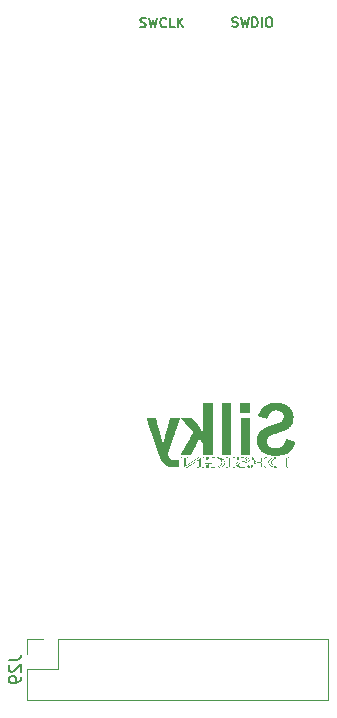
<source format=gbr>
%TF.GenerationSoftware,KiCad,Pcbnew,7.0.2*%
%TF.CreationDate,2024-12-03T13:42:34-08:00*%
%TF.ProjectId,AA_P_CtrlBd,41415f50-5f43-4747-926c-42642e6b6963,1.0*%
%TF.SameCoordinates,Original*%
%TF.FileFunction,Legend,Bot*%
%TF.FilePolarity,Positive*%
%FSLAX46Y46*%
G04 Gerber Fmt 4.6, Leading zero omitted, Abs format (unit mm)*
G04 Created by KiCad (PCBNEW 7.0.2) date 2024-12-03 13:42:34*
%MOMM*%
%LPD*%
G01*
G04 APERTURE LIST*
%ADD10C,0.150000*%
%ADD11C,0.120000*%
G04 APERTURE END LIST*
D10*
%TO.C,J29*%
X135551819Y-136604476D02*
X136266104Y-136604476D01*
X136266104Y-136604476D02*
X136408961Y-136556857D01*
X136408961Y-136556857D02*
X136504200Y-136461619D01*
X136504200Y-136461619D02*
X136551819Y-136318762D01*
X136551819Y-136318762D02*
X136551819Y-136223524D01*
X135647057Y-137033048D02*
X135599438Y-137080667D01*
X135599438Y-137080667D02*
X135551819Y-137175905D01*
X135551819Y-137175905D02*
X135551819Y-137414000D01*
X135551819Y-137414000D02*
X135599438Y-137509238D01*
X135599438Y-137509238D02*
X135647057Y-137556857D01*
X135647057Y-137556857D02*
X135742295Y-137604476D01*
X135742295Y-137604476D02*
X135837533Y-137604476D01*
X135837533Y-137604476D02*
X135980390Y-137556857D01*
X135980390Y-137556857D02*
X136551819Y-136985429D01*
X136551819Y-136985429D02*
X136551819Y-137604476D01*
X136551819Y-138080667D02*
X136551819Y-138271143D01*
X136551819Y-138271143D02*
X136504200Y-138366381D01*
X136504200Y-138366381D02*
X136456580Y-138414000D01*
X136456580Y-138414000D02*
X136313723Y-138509238D01*
X136313723Y-138509238D02*
X136123247Y-138556857D01*
X136123247Y-138556857D02*
X135742295Y-138556857D01*
X135742295Y-138556857D02*
X135647057Y-138509238D01*
X135647057Y-138509238D02*
X135599438Y-138461619D01*
X135599438Y-138461619D02*
X135551819Y-138366381D01*
X135551819Y-138366381D02*
X135551819Y-138175905D01*
X135551819Y-138175905D02*
X135599438Y-138080667D01*
X135599438Y-138080667D02*
X135647057Y-138033048D01*
X135647057Y-138033048D02*
X135742295Y-137985429D01*
X135742295Y-137985429D02*
X135980390Y-137985429D01*
X135980390Y-137985429D02*
X136075628Y-138033048D01*
X136075628Y-138033048D02*
X136123247Y-138080667D01*
X136123247Y-138080667D02*
X136170866Y-138175905D01*
X136170866Y-138175905D02*
X136170866Y-138366381D01*
X136170866Y-138366381D02*
X136123247Y-138461619D01*
X136123247Y-138461619D02*
X136075628Y-138509238D01*
X136075628Y-138509238D02*
X135980390Y-138556857D01*
%TO.C,U5*%
X154452761Y-82974000D02*
X154567047Y-83012095D01*
X154567047Y-83012095D02*
X154757523Y-83012095D01*
X154757523Y-83012095D02*
X154833714Y-82974000D01*
X154833714Y-82974000D02*
X154871809Y-82935904D01*
X154871809Y-82935904D02*
X154909904Y-82859714D01*
X154909904Y-82859714D02*
X154909904Y-82783523D01*
X154909904Y-82783523D02*
X154871809Y-82707333D01*
X154871809Y-82707333D02*
X154833714Y-82669238D01*
X154833714Y-82669238D02*
X154757523Y-82631142D01*
X154757523Y-82631142D02*
X154605142Y-82593047D01*
X154605142Y-82593047D02*
X154528952Y-82554952D01*
X154528952Y-82554952D02*
X154490857Y-82516857D01*
X154490857Y-82516857D02*
X154452761Y-82440666D01*
X154452761Y-82440666D02*
X154452761Y-82364476D01*
X154452761Y-82364476D02*
X154490857Y-82288285D01*
X154490857Y-82288285D02*
X154528952Y-82250190D01*
X154528952Y-82250190D02*
X154605142Y-82212095D01*
X154605142Y-82212095D02*
X154795619Y-82212095D01*
X154795619Y-82212095D02*
X154909904Y-82250190D01*
X155176571Y-82212095D02*
X155367047Y-83012095D01*
X155367047Y-83012095D02*
X155519428Y-82440666D01*
X155519428Y-82440666D02*
X155671809Y-83012095D01*
X155671809Y-83012095D02*
X155862286Y-82212095D01*
X156167048Y-83012095D02*
X156167048Y-82212095D01*
X156167048Y-82212095D02*
X156357524Y-82212095D01*
X156357524Y-82212095D02*
X156471810Y-82250190D01*
X156471810Y-82250190D02*
X156548000Y-82326380D01*
X156548000Y-82326380D02*
X156586095Y-82402571D01*
X156586095Y-82402571D02*
X156624191Y-82554952D01*
X156624191Y-82554952D02*
X156624191Y-82669238D01*
X156624191Y-82669238D02*
X156586095Y-82821619D01*
X156586095Y-82821619D02*
X156548000Y-82897809D01*
X156548000Y-82897809D02*
X156471810Y-82974000D01*
X156471810Y-82974000D02*
X156357524Y-83012095D01*
X156357524Y-83012095D02*
X156167048Y-83012095D01*
X156967048Y-83012095D02*
X156967048Y-82212095D01*
X157500381Y-82212095D02*
X157652762Y-82212095D01*
X157652762Y-82212095D02*
X157728952Y-82250190D01*
X157728952Y-82250190D02*
X157805143Y-82326380D01*
X157805143Y-82326380D02*
X157843238Y-82478761D01*
X157843238Y-82478761D02*
X157843238Y-82745428D01*
X157843238Y-82745428D02*
X157805143Y-82897809D01*
X157805143Y-82897809D02*
X157728952Y-82974000D01*
X157728952Y-82974000D02*
X157652762Y-83012095D01*
X157652762Y-83012095D02*
X157500381Y-83012095D01*
X157500381Y-83012095D02*
X157424190Y-82974000D01*
X157424190Y-82974000D02*
X157348000Y-82897809D01*
X157348000Y-82897809D02*
X157309904Y-82745428D01*
X157309904Y-82745428D02*
X157309904Y-82478761D01*
X157309904Y-82478761D02*
X157348000Y-82326380D01*
X157348000Y-82326380D02*
X157424190Y-82250190D01*
X157424190Y-82250190D02*
X157500381Y-82212095D01*
X146678475Y-82994000D02*
X146792761Y-83032095D01*
X146792761Y-83032095D02*
X146983237Y-83032095D01*
X146983237Y-83032095D02*
X147059428Y-82994000D01*
X147059428Y-82994000D02*
X147097523Y-82955904D01*
X147097523Y-82955904D02*
X147135618Y-82879714D01*
X147135618Y-82879714D02*
X147135618Y-82803523D01*
X147135618Y-82803523D02*
X147097523Y-82727333D01*
X147097523Y-82727333D02*
X147059428Y-82689238D01*
X147059428Y-82689238D02*
X146983237Y-82651142D01*
X146983237Y-82651142D02*
X146830856Y-82613047D01*
X146830856Y-82613047D02*
X146754666Y-82574952D01*
X146754666Y-82574952D02*
X146716571Y-82536857D01*
X146716571Y-82536857D02*
X146678475Y-82460666D01*
X146678475Y-82460666D02*
X146678475Y-82384476D01*
X146678475Y-82384476D02*
X146716571Y-82308285D01*
X146716571Y-82308285D02*
X146754666Y-82270190D01*
X146754666Y-82270190D02*
X146830856Y-82232095D01*
X146830856Y-82232095D02*
X147021333Y-82232095D01*
X147021333Y-82232095D02*
X147135618Y-82270190D01*
X147402285Y-82232095D02*
X147592761Y-83032095D01*
X147592761Y-83032095D02*
X147745142Y-82460666D01*
X147745142Y-82460666D02*
X147897523Y-83032095D01*
X147897523Y-83032095D02*
X148088000Y-82232095D01*
X148849905Y-82955904D02*
X148811809Y-82994000D01*
X148811809Y-82994000D02*
X148697524Y-83032095D01*
X148697524Y-83032095D02*
X148621333Y-83032095D01*
X148621333Y-83032095D02*
X148507047Y-82994000D01*
X148507047Y-82994000D02*
X148430857Y-82917809D01*
X148430857Y-82917809D02*
X148392762Y-82841619D01*
X148392762Y-82841619D02*
X148354666Y-82689238D01*
X148354666Y-82689238D02*
X148354666Y-82574952D01*
X148354666Y-82574952D02*
X148392762Y-82422571D01*
X148392762Y-82422571D02*
X148430857Y-82346380D01*
X148430857Y-82346380D02*
X148507047Y-82270190D01*
X148507047Y-82270190D02*
X148621333Y-82232095D01*
X148621333Y-82232095D02*
X148697524Y-82232095D01*
X148697524Y-82232095D02*
X148811809Y-82270190D01*
X148811809Y-82270190D02*
X148849905Y-82308285D01*
X149573714Y-83032095D02*
X149192762Y-83032095D01*
X149192762Y-83032095D02*
X149192762Y-82232095D01*
X149840381Y-83032095D02*
X149840381Y-82232095D01*
X150297524Y-83032095D02*
X149954666Y-82574952D01*
X150297524Y-82232095D02*
X149840381Y-82689238D01*
D11*
%TO.C,J29*%
X137089200Y-140014000D02*
X162609200Y-140014000D01*
X139689200Y-134814000D02*
X139689200Y-137414000D01*
X138419200Y-134814000D02*
X137089200Y-134814000D01*
X137089200Y-137414000D02*
X137089200Y-140014000D01*
X162609200Y-134814000D02*
X162609200Y-140014000D01*
X137089200Y-134814000D02*
X137089200Y-136144000D01*
X139689200Y-134814000D02*
X162609200Y-134814000D01*
X139689200Y-137414000D02*
X137089200Y-137414000D01*
%TO.C,G1*%
G36*
X155985505Y-115298157D02*
G01*
X155985505Y-115702248D01*
X155560422Y-115702248D01*
X155135339Y-115702248D01*
X155135339Y-115298157D01*
X155135339Y-114894066D01*
X155560422Y-114894066D01*
X155985505Y-114894066D01*
X155985505Y-115298157D01*
G37*
G36*
X154386634Y-117029975D02*
G01*
X154386634Y-119242854D01*
X153989540Y-119242854D01*
X153592447Y-119242854D01*
X153592447Y-117029975D01*
X153592447Y-114817097D01*
X153989540Y-114817097D01*
X154386634Y-114817097D01*
X154386634Y-117029975D01*
G37*
G36*
X155961014Y-117687133D02*
G01*
X155961013Y-117735113D01*
X155961003Y-117838147D01*
X155960983Y-117939310D01*
X155960954Y-118038380D01*
X155960915Y-118135133D01*
X155960866Y-118229348D01*
X155960810Y-118320800D01*
X155960745Y-118409268D01*
X155960671Y-118494527D01*
X155960591Y-118576356D01*
X155960502Y-118654531D01*
X155960407Y-118728830D01*
X155960305Y-118799029D01*
X155960197Y-118864906D01*
X155960082Y-118926237D01*
X155959962Y-118982800D01*
X155959837Y-119034372D01*
X155959707Y-119080731D01*
X155959572Y-119121652D01*
X155959432Y-119156913D01*
X155959289Y-119186292D01*
X155959142Y-119209565D01*
X155958991Y-119226510D01*
X155958838Y-119236903D01*
X155958682Y-119240522D01*
X155958190Y-119240625D01*
X155952216Y-119240929D01*
X155939838Y-119241219D01*
X155921500Y-119241495D01*
X155897646Y-119241752D01*
X155868721Y-119241989D01*
X155835169Y-119242203D01*
X155797435Y-119242391D01*
X155755964Y-119242551D01*
X155711199Y-119242680D01*
X155663585Y-119242775D01*
X155613567Y-119242834D01*
X155561588Y-119242854D01*
X155166827Y-119242854D01*
X155166827Y-117689466D01*
X155166827Y-116136077D01*
X155563921Y-116136077D01*
X155961014Y-116136077D01*
X155961014Y-117687133D01*
G37*
G36*
X152808755Y-117029975D02*
G01*
X152808755Y-119242854D01*
X152416910Y-119242854D01*
X152025064Y-119242854D01*
X152024932Y-118745175D01*
X152024799Y-118247496D01*
X151852624Y-118057965D01*
X151826562Y-118029277D01*
X151799756Y-117999778D01*
X151774662Y-117972169D01*
X151751655Y-117946861D01*
X151731107Y-117924265D01*
X151713393Y-117904793D01*
X151698887Y-117888855D01*
X151687964Y-117876864D01*
X151680996Y-117869230D01*
X151678359Y-117866365D01*
X151678177Y-117866551D01*
X151675497Y-117871088D01*
X151669757Y-117881467D01*
X151661104Y-117897410D01*
X151649686Y-117918639D01*
X151635650Y-117944877D01*
X151619144Y-117975845D01*
X151600314Y-118011265D01*
X151579307Y-118050860D01*
X151556272Y-118094351D01*
X151531355Y-118141461D01*
X151504703Y-118191912D01*
X151476464Y-118245425D01*
X151446785Y-118301722D01*
X151415813Y-118360527D01*
X151383696Y-118421561D01*
X151350580Y-118484545D01*
X151316613Y-118549202D01*
X151307573Y-118566417D01*
X151273777Y-118630761D01*
X151240862Y-118693411D01*
X151208975Y-118754084D01*
X151178265Y-118812500D01*
X151148880Y-118868377D01*
X151120968Y-118921434D01*
X151094677Y-118971390D01*
X151070156Y-119017963D01*
X151047552Y-119060872D01*
X151027015Y-119099836D01*
X151008691Y-119134573D01*
X150992730Y-119164802D01*
X150979279Y-119190242D01*
X150968487Y-119210611D01*
X150960501Y-119225628D01*
X150955471Y-119235012D01*
X150953544Y-119238481D01*
X150952457Y-119238978D01*
X150948611Y-119239598D01*
X150941757Y-119240153D01*
X150931589Y-119240645D01*
X150917801Y-119241080D01*
X150900084Y-119241458D01*
X150878132Y-119241783D01*
X150851638Y-119242059D01*
X150820296Y-119242288D01*
X150783798Y-119242474D01*
X150741837Y-119242619D01*
X150694107Y-119242726D01*
X150640301Y-119242799D01*
X150580111Y-119242841D01*
X150513231Y-119242854D01*
X150459416Y-119242845D01*
X150406682Y-119242817D01*
X150356334Y-119242771D01*
X150308792Y-119242709D01*
X150264475Y-119242633D01*
X150223802Y-119242542D01*
X150187192Y-119242438D01*
X150155064Y-119242323D01*
X150127838Y-119242198D01*
X150105932Y-119242064D01*
X150089767Y-119241921D01*
X150079760Y-119241772D01*
X150076331Y-119241617D01*
X150076977Y-119240409D01*
X150080725Y-119233662D01*
X150087698Y-119221190D01*
X150097767Y-119203225D01*
X150110804Y-119179997D01*
X150126677Y-119151737D01*
X150145258Y-119118674D01*
X150166417Y-119081039D01*
X150190024Y-119039063D01*
X150215950Y-118992975D01*
X150244065Y-118943006D01*
X150274239Y-118889387D01*
X150306344Y-118832348D01*
X150340248Y-118772119D01*
X150375824Y-118708930D01*
X150412940Y-118643011D01*
X150451468Y-118574594D01*
X150491278Y-118503909D01*
X150532240Y-118431185D01*
X150574224Y-118356654D01*
X150617102Y-118280544D01*
X150643478Y-118233726D01*
X150685835Y-118158536D01*
X150727222Y-118085058D01*
X150767511Y-118013521D01*
X150806571Y-117944157D01*
X150844273Y-117877196D01*
X150880486Y-117812870D01*
X150915082Y-117751409D01*
X150947929Y-117693043D01*
X150978899Y-117638005D01*
X151007862Y-117586523D01*
X151034687Y-117538830D01*
X151059245Y-117495155D01*
X151081406Y-117455731D01*
X151101040Y-117420786D01*
X151118018Y-117390553D01*
X151132209Y-117365262D01*
X151143484Y-117345144D01*
X151151713Y-117330429D01*
X151156766Y-117321348D01*
X151158514Y-117318133D01*
X151158119Y-117317559D01*
X151153957Y-117312600D01*
X151145424Y-117302761D01*
X151132728Y-117288276D01*
X151116077Y-117269380D01*
X151095679Y-117246306D01*
X151071742Y-117219288D01*
X151044474Y-117188561D01*
X151014083Y-117154357D01*
X150980778Y-117116912D01*
X150944765Y-117076458D01*
X150906254Y-117033230D01*
X150865452Y-116987462D01*
X150822567Y-116939388D01*
X150777808Y-116889242D01*
X150731382Y-116837256D01*
X150683497Y-116783667D01*
X150634361Y-116728707D01*
X150613474Y-116705348D01*
X150564817Y-116650925D01*
X150517484Y-116597969D01*
X150471684Y-116546714D01*
X150427626Y-116497395D01*
X150385518Y-116450247D01*
X150345570Y-116405502D01*
X150307990Y-116363396D01*
X150272987Y-116324162D01*
X150240771Y-116288036D01*
X150211549Y-116255250D01*
X150185531Y-116226039D01*
X150162926Y-116200637D01*
X150143943Y-116179279D01*
X150128790Y-116162199D01*
X150117676Y-116149631D01*
X150110810Y-116141809D01*
X150108402Y-116138967D01*
X150108614Y-116138871D01*
X150113707Y-116138523D01*
X150125280Y-116138191D01*
X150142922Y-116137879D01*
X150166225Y-116137588D01*
X150194780Y-116137320D01*
X150228178Y-116137079D01*
X150266010Y-116136866D01*
X150307868Y-116136684D01*
X150353341Y-116136536D01*
X150402023Y-116136423D01*
X150453503Y-116136348D01*
X150507372Y-116136313D01*
X150563223Y-116136321D01*
X151019210Y-116136565D01*
X151521262Y-116744858D01*
X152023315Y-117353150D01*
X152024194Y-116085123D01*
X152025073Y-114817097D01*
X152416914Y-114817097D01*
X152808755Y-114817097D01*
X152808755Y-117029975D01*
G37*
G36*
X158870956Y-119808524D02*
G01*
X158870932Y-119852391D01*
X158870838Y-119897128D01*
X158870675Y-119942081D01*
X158870445Y-119986594D01*
X158870152Y-120030011D01*
X158869798Y-120071675D01*
X158869384Y-120110933D01*
X158868915Y-120147127D01*
X158868391Y-120179603D01*
X158867817Y-120207704D01*
X158867193Y-120230775D01*
X158866523Y-120248160D01*
X158865809Y-120259204D01*
X158863122Y-120287193D01*
X158819389Y-120291577D01*
X158816759Y-120291837D01*
X158795561Y-120293753D01*
X158770684Y-120295764D01*
X158745011Y-120297645D01*
X158721427Y-120299174D01*
X158701125Y-120300094D01*
X158673735Y-120300810D01*
X158641977Y-120301242D01*
X158606986Y-120301403D01*
X158569900Y-120301307D01*
X158531854Y-120300967D01*
X158493986Y-120300398D01*
X158457431Y-120299614D01*
X158423326Y-120298629D01*
X158392807Y-120297455D01*
X158367011Y-120296108D01*
X158347075Y-120294601D01*
X158290409Y-120288432D01*
X158232100Y-120280068D01*
X158178658Y-120269987D01*
X158129018Y-120257956D01*
X158082114Y-120243744D01*
X158036880Y-120227118D01*
X158014721Y-120217765D01*
X157962706Y-120191402D01*
X157916409Y-120161163D01*
X157875881Y-120127102D01*
X157841173Y-120089271D01*
X157812337Y-120047723D01*
X157789424Y-120002511D01*
X157772484Y-119953688D01*
X157771688Y-119950734D01*
X157768918Y-119938758D01*
X157767026Y-119926446D01*
X157765865Y-119912134D01*
X157765285Y-119894159D01*
X157765141Y-119870857D01*
X157765141Y-119870642D01*
X157765144Y-119870067D01*
X157829279Y-119870067D01*
X157830185Y-119896575D01*
X157836669Y-119943192D01*
X157849484Y-119986968D01*
X157868736Y-120028159D01*
X157894531Y-120067017D01*
X157926974Y-120103797D01*
X157944884Y-120120587D01*
X157979888Y-120147955D01*
X158019231Y-120172270D01*
X158063195Y-120193622D01*
X158112062Y-120212098D01*
X158166113Y-120227787D01*
X158225629Y-120240777D01*
X158290893Y-120251156D01*
X158362185Y-120259012D01*
X158439788Y-120264434D01*
X158446686Y-120264775D01*
X158476687Y-120265879D01*
X158509887Y-120266587D01*
X158545264Y-120266918D01*
X158581800Y-120266890D01*
X158618477Y-120266521D01*
X158654274Y-120265831D01*
X158688173Y-120264837D01*
X158719155Y-120263558D01*
X158746199Y-120262012D01*
X158768289Y-120260218D01*
X158784403Y-120258194D01*
X158800147Y-120255569D01*
X158802357Y-120222400D01*
X158802766Y-120215410D01*
X158803588Y-120195842D01*
X158804350Y-120170427D01*
X158805047Y-120139948D01*
X158805675Y-120105185D01*
X158806229Y-120066921D01*
X158806706Y-120025935D01*
X158807101Y-119983010D01*
X158807410Y-119938928D01*
X158807629Y-119894469D01*
X158807754Y-119850414D01*
X158807779Y-119807546D01*
X158807702Y-119766646D01*
X158807518Y-119728495D01*
X158807222Y-119693875D01*
X158806811Y-119663566D01*
X158806279Y-119638351D01*
X158805624Y-119619010D01*
X158805593Y-119618301D01*
X158804429Y-119593386D01*
X158803279Y-119570863D01*
X158802197Y-119551652D01*
X158801238Y-119536673D01*
X158800457Y-119526845D01*
X158799909Y-119523089D01*
X158796999Y-119522005D01*
X158787455Y-119520607D01*
X158772144Y-119519325D01*
X158751779Y-119518165D01*
X158727071Y-119517134D01*
X158698734Y-119516239D01*
X158667478Y-119515487D01*
X158634018Y-119514886D01*
X158599064Y-119514440D01*
X158563330Y-119514159D01*
X158527527Y-119514047D01*
X158492368Y-119514113D01*
X158458566Y-119514363D01*
X158426832Y-119514804D01*
X158397879Y-119515443D01*
X158372420Y-119516287D01*
X158351166Y-119517342D01*
X158334830Y-119518615D01*
X158281659Y-119524727D01*
X158216698Y-119534528D01*
X158157831Y-119546373D01*
X158104677Y-119560396D01*
X158056857Y-119576730D01*
X158013992Y-119595510D01*
X157975701Y-119616869D01*
X157941604Y-119640942D01*
X157911322Y-119667861D01*
X157902748Y-119676707D01*
X157875711Y-119710016D01*
X157855066Y-119745462D01*
X157840593Y-119783590D01*
X157832070Y-119824944D01*
X157829279Y-119870067D01*
X157765144Y-119870067D01*
X157765268Y-119848679D01*
X157765725Y-119831999D01*
X157766694Y-119818903D01*
X157768361Y-119807692D01*
X157770907Y-119796668D01*
X157774517Y-119784132D01*
X157786199Y-119751279D01*
X157806246Y-119711105D01*
X157831644Y-119674976D01*
X157862838Y-119642175D01*
X157880911Y-119626536D01*
X157920318Y-119597821D01*
X157964415Y-119572336D01*
X158013457Y-119549996D01*
X158067702Y-119530716D01*
X158127405Y-119514410D01*
X158192823Y-119500993D01*
X158264212Y-119490379D01*
X158341827Y-119482482D01*
X158358511Y-119481322D01*
X158388017Y-119479868D01*
X158422447Y-119478711D01*
X158460574Y-119477858D01*
X158501168Y-119477314D01*
X158543002Y-119477083D01*
X158584848Y-119477170D01*
X158625476Y-119477582D01*
X158663660Y-119478324D01*
X158698170Y-119479400D01*
X158727778Y-119480817D01*
X158759607Y-119482769D01*
X158791017Y-119484873D01*
X158816133Y-119486795D01*
X158835334Y-119488570D01*
X158848997Y-119490236D01*
X158857502Y-119491826D01*
X158861227Y-119493377D01*
X158861521Y-119493986D01*
X158862681Y-119500175D01*
X158864053Y-119511947D01*
X158865535Y-119528224D01*
X158867026Y-119547926D01*
X158868425Y-119569975D01*
X158868914Y-119580919D01*
X158869459Y-119600330D01*
X158869916Y-119625202D01*
X158870286Y-119654879D01*
X158870573Y-119688706D01*
X158870778Y-119726026D01*
X158870905Y-119766184D01*
X158870955Y-119807546D01*
X158870956Y-119808524D01*
G37*
G36*
X148197416Y-116861167D02*
G01*
X148204941Y-116888351D01*
X148228552Y-116973647D01*
X148250429Y-117052689D01*
X148270676Y-117125853D01*
X148289396Y-117193514D01*
X148306691Y-117256049D01*
X148322665Y-117313833D01*
X148337420Y-117367241D01*
X148351060Y-117416650D01*
X148363686Y-117462435D01*
X148375402Y-117504972D01*
X148386311Y-117544637D01*
X148396516Y-117581804D01*
X148406120Y-117616851D01*
X148415224Y-117650152D01*
X148423933Y-117682084D01*
X148432349Y-117713022D01*
X148440575Y-117743341D01*
X148448714Y-117773418D01*
X148456869Y-117803628D01*
X148465143Y-117834347D01*
X148473638Y-117865950D01*
X148482457Y-117898814D01*
X148491703Y-117933314D01*
X148501480Y-117969825D01*
X148511890Y-118008724D01*
X148523035Y-118050386D01*
X148525071Y-118057995D01*
X148536132Y-118099292D01*
X148546691Y-118138646D01*
X148556604Y-118175520D01*
X148565726Y-118209380D01*
X148573913Y-118239690D01*
X148581019Y-118265916D01*
X148586901Y-118287521D01*
X148591412Y-118303972D01*
X148594409Y-118314732D01*
X148595747Y-118319267D01*
X148596631Y-118319188D01*
X148598554Y-118315053D01*
X148601512Y-118306310D01*
X148605579Y-118292686D01*
X148610832Y-118273905D01*
X148617344Y-118249693D01*
X148625191Y-118219775D01*
X148634447Y-118183877D01*
X148645188Y-118141725D01*
X148657488Y-118093044D01*
X148660333Y-118081751D01*
X148673315Y-118030325D01*
X148686645Y-117977685D01*
X148700174Y-117924401D01*
X148713757Y-117871046D01*
X148727246Y-117818190D01*
X148740494Y-117766404D01*
X148753355Y-117716261D01*
X148765681Y-117668332D01*
X148777326Y-117623188D01*
X148788143Y-117581401D01*
X148797985Y-117543541D01*
X148806704Y-117510182D01*
X148814155Y-117481892D01*
X148820190Y-117459246D01*
X148824661Y-117442813D01*
X148826266Y-117437085D01*
X148829901Y-117424208D01*
X148835268Y-117405250D01*
X148842266Y-117380570D01*
X148850794Y-117350526D01*
X148860748Y-117315476D01*
X148872027Y-117275778D01*
X148884529Y-117231791D01*
X148898153Y-117183873D01*
X148912797Y-117132382D01*
X148928358Y-117077678D01*
X148944735Y-117020117D01*
X148961826Y-116960058D01*
X148979529Y-116897861D01*
X148997742Y-116833882D01*
X149016364Y-116768480D01*
X149196427Y-116136131D01*
X149615388Y-116136104D01*
X149653820Y-116136114D01*
X149705967Y-116136166D01*
X149755825Y-116136262D01*
X149802966Y-116136398D01*
X149846962Y-116136571D01*
X149887385Y-116136779D01*
X149923807Y-116137018D01*
X149955800Y-116137285D01*
X149982935Y-116137578D01*
X150004786Y-116137894D01*
X150020924Y-116138230D01*
X150030920Y-116138583D01*
X150034348Y-116138949D01*
X150033756Y-116140798D01*
X150031019Y-116148905D01*
X150026119Y-116163267D01*
X150019127Y-116183674D01*
X150010117Y-116209918D01*
X149999160Y-116241790D01*
X149986328Y-116279082D01*
X149971692Y-116321585D01*
X149955326Y-116369091D01*
X149937300Y-116421391D01*
X149917687Y-116478277D01*
X149896558Y-116539540D01*
X149873986Y-116604971D01*
X149850043Y-116674363D01*
X149824800Y-116747506D01*
X149798329Y-116824191D01*
X149770703Y-116904212D01*
X149741993Y-116987358D01*
X149712272Y-117073421D01*
X149681610Y-117162193D01*
X149650081Y-117253465D01*
X149617755Y-117347029D01*
X149584706Y-117442676D01*
X149551005Y-117540198D01*
X149516723Y-117639385D01*
X148999099Y-119136949D01*
X149023701Y-119211768D01*
X149034980Y-119245607D01*
X149045001Y-119274477D01*
X149054185Y-119299365D01*
X149063082Y-119321649D01*
X149072245Y-119342709D01*
X149082223Y-119363921D01*
X149093567Y-119386666D01*
X149098818Y-119396795D01*
X149131247Y-119452204D01*
X149166840Y-119501415D01*
X149205720Y-119544527D01*
X149248014Y-119581639D01*
X149293844Y-119612851D01*
X149343337Y-119638260D01*
X149396617Y-119657967D01*
X149453809Y-119672069D01*
X149460700Y-119673309D01*
X149473128Y-119675096D01*
X149486877Y-119676419D01*
X149503082Y-119677337D01*
X149522877Y-119677904D01*
X149547397Y-119678176D01*
X149577777Y-119678211D01*
X149580059Y-119678206D01*
X149637185Y-119677180D01*
X149693568Y-119674363D01*
X149750661Y-119669610D01*
X149809921Y-119662776D01*
X149872802Y-119653720D01*
X149940759Y-119642295D01*
X149995863Y-119632469D01*
X149995878Y-119646704D01*
X149995861Y-119647943D01*
X149995579Y-119656252D01*
X149994974Y-119670692D01*
X149994080Y-119690610D01*
X149992929Y-119715353D01*
X149991554Y-119744270D01*
X149989987Y-119776706D01*
X149988263Y-119812010D01*
X149986413Y-119849530D01*
X149984470Y-119888611D01*
X149982468Y-119928603D01*
X149980439Y-119968852D01*
X149978416Y-120008705D01*
X149976432Y-120047510D01*
X149974520Y-120084615D01*
X149972712Y-120119367D01*
X149971042Y-120151112D01*
X149969542Y-120179199D01*
X149968246Y-120202976D01*
X149967186Y-120221788D01*
X149966394Y-120234985D01*
X149965905Y-120241912D01*
X149963962Y-120263105D01*
X149912564Y-120270916D01*
X149879908Y-120275741D01*
X149838772Y-120281301D01*
X149800666Y-120285741D01*
X149763384Y-120289314D01*
X149724720Y-120292269D01*
X149714621Y-120292958D01*
X149694278Y-120294355D01*
X149675797Y-120295636D01*
X149660885Y-120296682D01*
X149651248Y-120297374D01*
X149641445Y-120297861D01*
X149623387Y-120298231D01*
X149600392Y-120298329D01*
X149573619Y-120298179D01*
X149544228Y-120297806D01*
X149513379Y-120297237D01*
X149482231Y-120296495D01*
X149451945Y-120295607D01*
X149423680Y-120294597D01*
X149398596Y-120293492D01*
X149377854Y-120292315D01*
X149362612Y-120291093D01*
X149358417Y-120290659D01*
X149267658Y-120278743D01*
X149182052Y-120262441D01*
X149101210Y-120241625D01*
X149024743Y-120216166D01*
X148952264Y-120185935D01*
X148883385Y-120150805D01*
X148817717Y-120110646D01*
X148798051Y-120097322D01*
X148767068Y-120075055D01*
X148738450Y-120052549D01*
X148710583Y-120028444D01*
X148681852Y-120001382D01*
X148650642Y-119970004D01*
X148640663Y-119959609D01*
X148596497Y-119910568D01*
X148555247Y-119859372D01*
X148516249Y-119805054D01*
X148478841Y-119746648D01*
X148442360Y-119683188D01*
X148406143Y-119613708D01*
X148388837Y-119578536D01*
X148373334Y-119545836D01*
X148359232Y-119514557D01*
X148345645Y-119482678D01*
X148331688Y-119448179D01*
X148316476Y-119409039D01*
X148315569Y-119406580D01*
X148312075Y-119396735D01*
X148306434Y-119380578D01*
X148298720Y-119358320D01*
X148289003Y-119330171D01*
X148277356Y-119296342D01*
X148263850Y-119257043D01*
X148248557Y-119212484D01*
X148231550Y-119162876D01*
X148212899Y-119108428D01*
X148192677Y-119049351D01*
X148170956Y-118985855D01*
X148147808Y-118918151D01*
X148123303Y-118846449D01*
X148097516Y-118770958D01*
X148070516Y-118691890D01*
X148042376Y-118609454D01*
X148013169Y-118523862D01*
X147982965Y-118435322D01*
X147951836Y-118344045D01*
X147919855Y-118250242D01*
X147887094Y-118154124D01*
X147853623Y-118055899D01*
X147819516Y-117955778D01*
X147784844Y-117853972D01*
X147749678Y-117750692D01*
X147729419Y-117691182D01*
X147694726Y-117589277D01*
X147660636Y-117489146D01*
X147627218Y-117390991D01*
X147594541Y-117295013D01*
X147562674Y-117201415D01*
X147531685Y-117110398D01*
X147501644Y-117022166D01*
X147472618Y-116936920D01*
X147444678Y-116854862D01*
X147417891Y-116776195D01*
X147392327Y-116701120D01*
X147368055Y-116629839D01*
X147345143Y-116562555D01*
X147323659Y-116499470D01*
X147303674Y-116440786D01*
X147285255Y-116386704D01*
X147268472Y-116337428D01*
X147253394Y-116293159D01*
X147240088Y-116254099D01*
X147228625Y-116220450D01*
X147219072Y-116192415D01*
X147211499Y-116170195D01*
X147205974Y-116153993D01*
X147202567Y-116144011D01*
X147201346Y-116140450D01*
X147201351Y-116140276D01*
X147202979Y-116139598D01*
X147207434Y-116138992D01*
X147215038Y-116138456D01*
X147226111Y-116137984D01*
X147240974Y-116137574D01*
X147259947Y-116137222D01*
X147283352Y-116136925D01*
X147311510Y-116136679D01*
X147344739Y-116136480D01*
X147383363Y-116136326D01*
X147427701Y-116136212D01*
X147478074Y-116136135D01*
X147534802Y-116136091D01*
X147598208Y-116136077D01*
X147996700Y-116136077D01*
X148197416Y-116861167D01*
G37*
G36*
X159299013Y-119483957D02*
G01*
X159285406Y-119490899D01*
X159279609Y-119493373D01*
X159271972Y-119495465D01*
X159261664Y-119497188D01*
X159247605Y-119498684D01*
X159228713Y-119500095D01*
X159203907Y-119501561D01*
X159201724Y-119501681D01*
X159174106Y-119503262D01*
X159152577Y-119504691D01*
X159136294Y-119506104D01*
X159124414Y-119507639D01*
X159116094Y-119509431D01*
X159110490Y-119511616D01*
X159106760Y-119514332D01*
X159104061Y-119517715D01*
X159102170Y-119521297D01*
X159100230Y-119527027D01*
X159098546Y-119534846D01*
X159097105Y-119545164D01*
X159095897Y-119558388D01*
X159094908Y-119574929D01*
X159094127Y-119595194D01*
X159093541Y-119619593D01*
X159093138Y-119648535D01*
X159092907Y-119682429D01*
X159092834Y-119721684D01*
X159092909Y-119766708D01*
X159093118Y-119817910D01*
X159093450Y-119875700D01*
X159093513Y-119885270D01*
X159093852Y-119929629D01*
X159094259Y-119972589D01*
X159094721Y-120013530D01*
X159095230Y-120051828D01*
X159095775Y-120086861D01*
X159096346Y-120118008D01*
X159096931Y-120144647D01*
X159097522Y-120166154D01*
X159098107Y-120181909D01*
X159098677Y-120191288D01*
X159099203Y-120196899D01*
X159101645Y-120221684D01*
X159103759Y-120240493D01*
X159105680Y-120254167D01*
X159107539Y-120263547D01*
X159109472Y-120269473D01*
X159111611Y-120272785D01*
X159113220Y-120273894D01*
X159120921Y-120277248D01*
X159132803Y-120281278D01*
X159147047Y-120285341D01*
X159152482Y-120286824D01*
X159167670Y-120291591D01*
X159180742Y-120296536D01*
X159189344Y-120300799D01*
X159193267Y-120303489D01*
X159198175Y-120308466D01*
X159200266Y-120315170D01*
X159200715Y-120326230D01*
X159200632Y-120332827D01*
X159199538Y-120341092D01*
X159196270Y-120346222D01*
X159189700Y-120350721D01*
X159187941Y-120351633D01*
X159185557Y-120352514D01*
X159182287Y-120353295D01*
X159177750Y-120353983D01*
X159171563Y-120354585D01*
X159163345Y-120355104D01*
X159152714Y-120355548D01*
X159139287Y-120355922D01*
X159122684Y-120356232D01*
X159102520Y-120356483D01*
X159078416Y-120356682D01*
X159049988Y-120356833D01*
X159016855Y-120356944D01*
X158978635Y-120357018D01*
X158934945Y-120357063D01*
X158885405Y-120357084D01*
X158829631Y-120357087D01*
X158767241Y-120357077D01*
X158735801Y-120357069D01*
X158674071Y-120357040D01*
X158618659Y-120356985D01*
X158569101Y-120356891D01*
X158524936Y-120356748D01*
X158485703Y-120356542D01*
X158450938Y-120356262D01*
X158420180Y-120355896D01*
X158392966Y-120355432D01*
X158368836Y-120354859D01*
X158347325Y-120354164D01*
X158327973Y-120353334D01*
X158310317Y-120352360D01*
X158293896Y-120351227D01*
X158278246Y-120349925D01*
X158262907Y-120348442D01*
X158247415Y-120346765D01*
X158231309Y-120344883D01*
X158214127Y-120342783D01*
X158201486Y-120341140D01*
X158144264Y-120331936D01*
X158085039Y-120319791D01*
X158026052Y-120305246D01*
X157969540Y-120288842D01*
X157917744Y-120271122D01*
X157899698Y-120264203D01*
X157835238Y-120236380D01*
X157775924Y-120205705D01*
X157721973Y-120172365D01*
X157673597Y-120136546D01*
X157631013Y-120098437D01*
X157594435Y-120058224D01*
X157564077Y-120016094D01*
X157540155Y-119972235D01*
X157522883Y-119926835D01*
X157519976Y-119916749D01*
X157516624Y-119902562D01*
X157514564Y-119888575D01*
X157513483Y-119872391D01*
X157513283Y-119862363D01*
X157578069Y-119862363D01*
X157581296Y-119894450D01*
X157587944Y-119923336D01*
X157598022Y-119950949D01*
X157619843Y-119994695D01*
X157647997Y-120036338D01*
X157682231Y-120075739D01*
X157722292Y-120112760D01*
X157767928Y-120147261D01*
X157818885Y-120179103D01*
X157874910Y-120208149D01*
X157935752Y-120234259D01*
X158001156Y-120257294D01*
X158070870Y-120277116D01*
X158144641Y-120293586D01*
X158222216Y-120306565D01*
X158303342Y-120315914D01*
X158306601Y-120316204D01*
X158318115Y-120317142D01*
X158330231Y-120317975D01*
X158343405Y-120318709D01*
X158358095Y-120319349D01*
X158374757Y-120319903D01*
X158393848Y-120320376D01*
X158415825Y-120320776D01*
X158441144Y-120321107D01*
X158470263Y-120321377D01*
X158503638Y-120321591D01*
X158541726Y-120321756D01*
X158584985Y-120321879D01*
X158633870Y-120321965D01*
X158688838Y-120322020D01*
X158750347Y-120322052D01*
X158757539Y-120322054D01*
X158808091Y-120322043D01*
X158856479Y-120321990D01*
X158902264Y-120321897D01*
X158945007Y-120321768D01*
X158984268Y-120321604D01*
X159019609Y-120321410D01*
X159050589Y-120321187D01*
X159076769Y-120320937D01*
X159097709Y-120320665D01*
X159112971Y-120320372D01*
X159122114Y-120320062D01*
X159124700Y-120319737D01*
X159122906Y-120319086D01*
X159114660Y-120316397D01*
X159102424Y-120312608D01*
X159088126Y-120308320D01*
X159081356Y-120306266D01*
X159065434Y-120300427D01*
X159054667Y-120293823D01*
X159047755Y-120285000D01*
X159043396Y-120272504D01*
X159040287Y-120254880D01*
X159038743Y-120243384D01*
X159036639Y-120225361D01*
X159034801Y-120206108D01*
X159033212Y-120185102D01*
X159031857Y-120161818D01*
X159030721Y-120135732D01*
X159029787Y-120106319D01*
X159029040Y-120073055D01*
X159028464Y-120035416D01*
X159028044Y-119992878D01*
X159027763Y-119944915D01*
X159027606Y-119891005D01*
X159027557Y-119830623D01*
X159027560Y-119798629D01*
X159027588Y-119749667D01*
X159027667Y-119706950D01*
X159027821Y-119670005D01*
X159028075Y-119638358D01*
X159028454Y-119611538D01*
X159028981Y-119589069D01*
X159029682Y-119570480D01*
X159030581Y-119555298D01*
X159031702Y-119543048D01*
X159033071Y-119533258D01*
X159034711Y-119525454D01*
X159036648Y-119519165D01*
X159038906Y-119513915D01*
X159041509Y-119509233D01*
X159044482Y-119504645D01*
X159046549Y-119501739D01*
X159054634Y-119492992D01*
X159064923Y-119485883D01*
X159078214Y-119480186D01*
X159095304Y-119475675D01*
X159116991Y-119472123D01*
X159144074Y-119469305D01*
X159177351Y-119466995D01*
X159185907Y-119466468D01*
X159203269Y-119465209D01*
X159217499Y-119463918D01*
X159227311Y-119462721D01*
X159231420Y-119461741D01*
X159230823Y-119461514D01*
X159224741Y-119461153D01*
X159212727Y-119460925D01*
X159195495Y-119460830D01*
X159173756Y-119460866D01*
X159148223Y-119461035D01*
X159119608Y-119461336D01*
X159088624Y-119461769D01*
X159069499Y-119462011D01*
X159037147Y-119462250D01*
X158999450Y-119462372D01*
X158957376Y-119462380D01*
X158911892Y-119462279D01*
X158863967Y-119462071D01*
X158814568Y-119461759D01*
X158764661Y-119461348D01*
X158715216Y-119460841D01*
X158667199Y-119460242D01*
X158641147Y-119459895D01*
X158571801Y-119459090D01*
X158509427Y-119458551D01*
X158454009Y-119458280D01*
X158405532Y-119458276D01*
X158363980Y-119458538D01*
X158329339Y-119459068D01*
X158301593Y-119459865D01*
X158261760Y-119461605D01*
X158193934Y-119465751D01*
X158131945Y-119471263D01*
X158075108Y-119478280D01*
X158022735Y-119486938D01*
X157974139Y-119497375D01*
X157928633Y-119509730D01*
X157885530Y-119524140D01*
X157844142Y-119540743D01*
X157803782Y-119559676D01*
X157762159Y-119582261D01*
X157716129Y-119612181D01*
X157676727Y-119644035D01*
X157643879Y-119677902D01*
X157617507Y-119713863D01*
X157597538Y-119751997D01*
X157583896Y-119792384D01*
X157582218Y-119799762D01*
X157578347Y-119829869D01*
X157578069Y-119862363D01*
X157513283Y-119862363D01*
X157513069Y-119851614D01*
X157513460Y-119826299D01*
X157515645Y-119802379D01*
X157520183Y-119780713D01*
X157527600Y-119758868D01*
X157538423Y-119734411D01*
X157557809Y-119699733D01*
X157586551Y-119661341D01*
X157621902Y-119625153D01*
X157663875Y-119591159D01*
X157712480Y-119559348D01*
X157767728Y-119529711D01*
X157787920Y-119520116D01*
X157833585Y-119500441D01*
X157879067Y-119483925D01*
X157926144Y-119470016D01*
X157976595Y-119458164D01*
X158032199Y-119447818D01*
X158036836Y-119447051D01*
X158063504Y-119442854D01*
X158089900Y-119439107D01*
X158116509Y-119435794D01*
X158143814Y-119432898D01*
X158172302Y-119430401D01*
X158202455Y-119428288D01*
X158234759Y-119426541D01*
X158269697Y-119425143D01*
X158307755Y-119424077D01*
X158349416Y-119423328D01*
X158395165Y-119422877D01*
X158445487Y-119422708D01*
X158500865Y-119422804D01*
X158561785Y-119423148D01*
X158628730Y-119423724D01*
X158702185Y-119424514D01*
X158727387Y-119424798D01*
X158791246Y-119425441D01*
X158852089Y-119425941D01*
X158909418Y-119426297D01*
X158962737Y-119426509D01*
X159011548Y-119426576D01*
X159055353Y-119426497D01*
X159093654Y-119426270D01*
X159125955Y-119425895D01*
X159151758Y-119425372D01*
X159173768Y-119424788D01*
X159200689Y-119424115D01*
X159221977Y-119423684D01*
X159238440Y-119423521D01*
X159250887Y-119423655D01*
X159260128Y-119424113D01*
X159266972Y-119424920D01*
X159272227Y-119426105D01*
X159276702Y-119427696D01*
X159281207Y-119429718D01*
X159296951Y-119437104D01*
X159297982Y-119460531D01*
X159298035Y-119461741D01*
X159299013Y-119483957D01*
G37*
G36*
X154694813Y-120344599D02*
G01*
X154682539Y-120350896D01*
X154681635Y-120351338D01*
X154679146Y-120352313D01*
X154675875Y-120353173D01*
X154671407Y-120353925D01*
X154665328Y-120354575D01*
X154657224Y-120355129D01*
X154646680Y-120355596D01*
X154633282Y-120355981D01*
X154616616Y-120356292D01*
X154596267Y-120356535D01*
X154571821Y-120356717D01*
X154542864Y-120356844D01*
X154508982Y-120356925D01*
X154469759Y-120356964D01*
X154424782Y-120356970D01*
X154373637Y-120356949D01*
X154315908Y-120356908D01*
X154277047Y-120356886D01*
X154221586Y-120356878D01*
X154172492Y-120356868D01*
X154129378Y-120356820D01*
X154091862Y-120356696D01*
X154059556Y-120356459D01*
X154032076Y-120356072D01*
X154009038Y-120355497D01*
X153990055Y-120354697D01*
X153974744Y-120353635D01*
X153962718Y-120352274D01*
X153953593Y-120350575D01*
X153946983Y-120348503D01*
X153942505Y-120346019D01*
X153939771Y-120343086D01*
X153938399Y-120339667D01*
X153938001Y-120335725D01*
X153938194Y-120331223D01*
X153938592Y-120326122D01*
X153938810Y-120320387D01*
X153938810Y-120319555D01*
X154005284Y-120319555D01*
X154008444Y-120319928D01*
X154018118Y-120320299D01*
X154033816Y-120320649D01*
X154055041Y-120320974D01*
X154081296Y-120321268D01*
X154112085Y-120321529D01*
X154146912Y-120321752D01*
X154185279Y-120321933D01*
X154226691Y-120322067D01*
X154270651Y-120322150D01*
X154316662Y-120322179D01*
X154360928Y-120322158D01*
X154404976Y-120322094D01*
X154446496Y-120321989D01*
X154484990Y-120321848D01*
X154519963Y-120321674D01*
X154550918Y-120321469D01*
X154577357Y-120321237D01*
X154598786Y-120320982D01*
X154614707Y-120320707D01*
X154624623Y-120320414D01*
X154628039Y-120320108D01*
X154624948Y-120319358D01*
X154615925Y-120318446D01*
X154602060Y-120317474D01*
X154584450Y-120316518D01*
X154564189Y-120315654D01*
X154539937Y-120314596D01*
X154506594Y-120312345D01*
X154479203Y-120309112D01*
X154457130Y-120304574D01*
X154439743Y-120298402D01*
X154426407Y-120290273D01*
X154416489Y-120279859D01*
X154409356Y-120266836D01*
X154404375Y-120250876D01*
X154400911Y-120231655D01*
X154400611Y-120228756D01*
X154399988Y-120217529D01*
X154399427Y-120200231D01*
X154398927Y-120177498D01*
X154398489Y-120149970D01*
X154398113Y-120118285D01*
X154397800Y-120083081D01*
X154397549Y-120044995D01*
X154397360Y-120004667D01*
X154397234Y-119962734D01*
X154397172Y-119919834D01*
X154397173Y-119876606D01*
X154397237Y-119833688D01*
X154397365Y-119791718D01*
X154397556Y-119751335D01*
X154397812Y-119713175D01*
X154398132Y-119677878D01*
X154398516Y-119646082D01*
X154398966Y-119618425D01*
X154399479Y-119595544D01*
X154400059Y-119578079D01*
X154400703Y-119566668D01*
X154400912Y-119564197D01*
X154403387Y-119541968D01*
X154407042Y-119523618D01*
X154412524Y-119508729D01*
X154420478Y-119496885D01*
X154431551Y-119487672D01*
X154446390Y-119480673D01*
X154465639Y-119475471D01*
X154489946Y-119471652D01*
X154519957Y-119468799D01*
X154556317Y-119466496D01*
X154560620Y-119466260D01*
X154581505Y-119465086D01*
X154599629Y-119464017D01*
X154613937Y-119463119D01*
X154623370Y-119462458D01*
X154626873Y-119462100D01*
X154623742Y-119462016D01*
X154614099Y-119461934D01*
X154598434Y-119461856D01*
X154577242Y-119461784D01*
X154551018Y-119461718D01*
X154520256Y-119461660D01*
X154485453Y-119461610D01*
X154447102Y-119461569D01*
X154405698Y-119461539D01*
X154361738Y-119461520D01*
X154315715Y-119461512D01*
X154270381Y-119461520D01*
X154226595Y-119461543D01*
X154185435Y-119461582D01*
X154147389Y-119461634D01*
X154112940Y-119461699D01*
X154082575Y-119461775D01*
X154056780Y-119461861D01*
X154036039Y-119461956D01*
X154020839Y-119462058D01*
X154011665Y-119462167D01*
X154009002Y-119462281D01*
X154009181Y-119462306D01*
X154014694Y-119462752D01*
X154025923Y-119463478D01*
X154041703Y-119464413D01*
X154060868Y-119465490D01*
X154082254Y-119466637D01*
X154104016Y-119467901D01*
X154135932Y-119470491D01*
X154161904Y-119473973D01*
X154182595Y-119478739D01*
X154198665Y-119485185D01*
X154210777Y-119493704D01*
X154219591Y-119504690D01*
X154225768Y-119518538D01*
X154229970Y-119535641D01*
X154232858Y-119556394D01*
X154233053Y-119558460D01*
X154233768Y-119571082D01*
X154234371Y-119590627D01*
X154234861Y-119617036D01*
X154235238Y-119650250D01*
X154235502Y-119690210D01*
X154235653Y-119736858D01*
X154235689Y-119790135D01*
X154235611Y-119849981D01*
X154235418Y-119916339D01*
X154235258Y-119961140D01*
X154235066Y-120012938D01*
X154234864Y-120058501D01*
X154234626Y-120098261D01*
X154234327Y-120132645D01*
X154233939Y-120162085D01*
X154233438Y-120187009D01*
X154232796Y-120207847D01*
X154231988Y-120225028D01*
X154230988Y-120238983D01*
X154229768Y-120250140D01*
X154228304Y-120258930D01*
X154226569Y-120265782D01*
X154224537Y-120271125D01*
X154222181Y-120275390D01*
X154219476Y-120279005D01*
X154216396Y-120282401D01*
X154212913Y-120286006D01*
X154211500Y-120287390D01*
X154198040Y-120296062D01*
X154178228Y-120303346D01*
X154152524Y-120309160D01*
X154121386Y-120313417D01*
X154085273Y-120316035D01*
X154044644Y-120316928D01*
X154030485Y-120317106D01*
X154017416Y-120317664D01*
X154008550Y-120318511D01*
X154005284Y-120319555D01*
X153938810Y-120319555D01*
X153938810Y-120296033D01*
X153951930Y-120290170D01*
X153956887Y-120288395D01*
X153965213Y-120286587D01*
X153976887Y-120285093D01*
X153992821Y-120283827D01*
X154013929Y-120282702D01*
X154041122Y-120281630D01*
X154047365Y-120281399D01*
X154070962Y-120280334D01*
X154093080Y-120279053D01*
X154112340Y-120277654D01*
X154127362Y-120276233D01*
X154136768Y-120274888D01*
X154137214Y-120274796D01*
X154145583Y-120272751D01*
X154152218Y-120269993D01*
X154157356Y-120265736D01*
X154161233Y-120259194D01*
X154164086Y-120249583D01*
X154166151Y-120236118D01*
X154167667Y-120218012D01*
X154168869Y-120194482D01*
X154169995Y-120164741D01*
X154170091Y-120161934D01*
X154170824Y-120134891D01*
X154171436Y-120101956D01*
X154171927Y-120064117D01*
X154172296Y-120022359D01*
X154172543Y-119977669D01*
X154172668Y-119931033D01*
X154172671Y-119883438D01*
X154172551Y-119835869D01*
X154172309Y-119789313D01*
X154171943Y-119744758D01*
X154171455Y-119703187D01*
X154170844Y-119665590D01*
X154170109Y-119632950D01*
X154169985Y-119628364D01*
X154169078Y-119597760D01*
X154168104Y-119573288D01*
X154166925Y-119554182D01*
X154165405Y-119539680D01*
X154163406Y-119529017D01*
X154160789Y-119521430D01*
X154157417Y-119516154D01*
X154153153Y-119512427D01*
X154147859Y-119509483D01*
X154142806Y-119508050D01*
X154130103Y-119506226D01*
X154110609Y-119504474D01*
X154084444Y-119502804D01*
X154051725Y-119501228D01*
X154048396Y-119501086D01*
X154021328Y-119499857D01*
X154000231Y-119498710D01*
X153984180Y-119497548D01*
X153972254Y-119496276D01*
X153963526Y-119494797D01*
X153957075Y-119493015D01*
X153951976Y-119490833D01*
X153938810Y-119484117D01*
X153938810Y-119460128D01*
X153938810Y-119436140D01*
X153955429Y-119429237D01*
X153958904Y-119427856D01*
X153962975Y-119426537D01*
X153967767Y-119425475D01*
X153973908Y-119424658D01*
X153982026Y-119424074D01*
X153992747Y-119423711D01*
X154006699Y-119423557D01*
X154024510Y-119423599D01*
X154046807Y-119423824D01*
X154074218Y-119424221D01*
X154107369Y-119424777D01*
X154146890Y-119425480D01*
X154193620Y-119426169D01*
X154253355Y-119426687D01*
X154315314Y-119426877D01*
X154377195Y-119426738D01*
X154436692Y-119426271D01*
X154491504Y-119425476D01*
X154519367Y-119424962D01*
X154553758Y-119424353D01*
X154582238Y-119423905D01*
X154605445Y-119423631D01*
X154624018Y-119423543D01*
X154638594Y-119423655D01*
X154649813Y-119423978D01*
X154658314Y-119424527D01*
X154664733Y-119425314D01*
X154669711Y-119426352D01*
X154673885Y-119427654D01*
X154677894Y-119429232D01*
X154694513Y-119436140D01*
X154694513Y-119460128D01*
X154694513Y-119484117D01*
X154681313Y-119490851D01*
X154676624Y-119492885D01*
X154670103Y-119494752D01*
X154661283Y-119496310D01*
X154649224Y-119497663D01*
X154632987Y-119498915D01*
X154611634Y-119500167D01*
X154584226Y-119501524D01*
X154560059Y-119502680D01*
X154535749Y-119503950D01*
X154516977Y-119505146D01*
X154502940Y-119506387D01*
X154492832Y-119507790D01*
X154485850Y-119509472D01*
X154481189Y-119511550D01*
X154478045Y-119514143D01*
X154475612Y-119517366D01*
X154475384Y-119517722D01*
X154473257Y-119521999D01*
X154471381Y-119527915D01*
X154469734Y-119535917D01*
X154468297Y-119546451D01*
X154467050Y-119559963D01*
X154465972Y-119576901D01*
X154465043Y-119597710D01*
X154464242Y-119622837D01*
X154463550Y-119652729D01*
X154462946Y-119687832D01*
X154462409Y-119728593D01*
X154461921Y-119775458D01*
X154461459Y-119828873D01*
X154461083Y-119882597D01*
X154460806Y-119946543D01*
X154460777Y-120003880D01*
X154460999Y-120054824D01*
X154461480Y-120099593D01*
X154462224Y-120138403D01*
X154463237Y-120171472D01*
X154464525Y-120199017D01*
X154466093Y-120221254D01*
X154467946Y-120238401D01*
X154470092Y-120250676D01*
X154472534Y-120258294D01*
X154473970Y-120261053D01*
X154479455Y-120269054D01*
X154484383Y-120273131D01*
X154488662Y-120274055D01*
X154499995Y-120275541D01*
X154516003Y-120277070D01*
X154535297Y-120278549D01*
X154556488Y-120279883D01*
X154578186Y-120280979D01*
X154599001Y-120281744D01*
X154617543Y-120282085D01*
X154621460Y-120282114D01*
X154641541Y-120282602D01*
X154656455Y-120283748D01*
X154667762Y-120285724D01*
X154677020Y-120288705D01*
X154692764Y-120295073D01*
X154693788Y-120319836D01*
X154693799Y-120320108D01*
X154694813Y-120344599D01*
G37*
G36*
X158261518Y-114823791D02*
G01*
X158373718Y-114830226D01*
X158482798Y-114842060D01*
X158588257Y-114859245D01*
X158689595Y-114881734D01*
X158705009Y-114885735D01*
X158786635Y-114910000D01*
X158867291Y-114939033D01*
X158945843Y-114972324D01*
X159021158Y-115009362D01*
X159092102Y-115049635D01*
X159157542Y-115092634D01*
X159169735Y-115101369D01*
X159243472Y-115158304D01*
X159310738Y-115217788D01*
X159371637Y-115279993D01*
X159426275Y-115345093D01*
X159474756Y-115413262D01*
X159517185Y-115484672D01*
X159553666Y-115559497D01*
X159584303Y-115637912D01*
X159609202Y-115720088D01*
X159628467Y-115806200D01*
X159642203Y-115896422D01*
X159643484Y-115910446D01*
X159644721Y-115932476D01*
X159645653Y-115959196D01*
X159646280Y-115989358D01*
X159646603Y-116021714D01*
X159646622Y-116055017D01*
X159646337Y-116088018D01*
X159645749Y-116119470D01*
X159644856Y-116148125D01*
X159643660Y-116172736D01*
X159642161Y-116192055D01*
X159637860Y-116230662D01*
X159625233Y-116316717D01*
X159608867Y-116397386D01*
X159588614Y-116473131D01*
X159564324Y-116544412D01*
X159535847Y-116611692D01*
X159503034Y-116675431D01*
X159465734Y-116736091D01*
X159455391Y-116751220D01*
X159410115Y-116810456D01*
X159358533Y-116867704D01*
X159300597Y-116922995D01*
X159236258Y-116976361D01*
X159165466Y-117027834D01*
X159088173Y-117077446D01*
X159004330Y-117125229D01*
X158913888Y-117171215D01*
X158816797Y-117215435D01*
X158713009Y-117257923D01*
X158602474Y-117298709D01*
X158582002Y-117305816D01*
X158559206Y-117313552D01*
X158535434Y-117321416D01*
X158510047Y-117329607D01*
X158482404Y-117338320D01*
X158451867Y-117347754D01*
X158417795Y-117358107D01*
X158379549Y-117369575D01*
X158336489Y-117382356D01*
X158287976Y-117396648D01*
X158233370Y-117412648D01*
X158220448Y-117416434D01*
X158145519Y-117438753D01*
X158076903Y-117459871D01*
X158014134Y-117479963D01*
X157956746Y-117499204D01*
X157904274Y-117517767D01*
X157856253Y-117535827D01*
X157812215Y-117553559D01*
X157771696Y-117571135D01*
X157734230Y-117588732D01*
X157699351Y-117606522D01*
X157666593Y-117624680D01*
X157617775Y-117655211D01*
X157572377Y-117689205D01*
X157533193Y-117725385D01*
X157499877Y-117764278D01*
X157472084Y-117806412D01*
X157449468Y-117852314D01*
X157431685Y-117902512D01*
X157418390Y-117957531D01*
X157409237Y-118017901D01*
X157407502Y-118038505D01*
X157406380Y-118066429D01*
X157406127Y-118097399D01*
X157406692Y-118129744D01*
X157408023Y-118161794D01*
X157410069Y-118191880D01*
X157412778Y-118218331D01*
X157416098Y-118239478D01*
X157420165Y-118258198D01*
X157436357Y-118314215D01*
X157457725Y-118365704D01*
X157484361Y-118412762D01*
X157516358Y-118455489D01*
X157553809Y-118493984D01*
X157596805Y-118528344D01*
X157645439Y-118558670D01*
X157699803Y-118585061D01*
X157759990Y-118607614D01*
X157779988Y-118613957D01*
X157826872Y-118627137D01*
X157874082Y-118637880D01*
X157922701Y-118646332D01*
X157973810Y-118652637D01*
X158028491Y-118656939D01*
X158087828Y-118659384D01*
X158152901Y-118660115D01*
X158158401Y-118660108D01*
X158190016Y-118660003D01*
X158215875Y-118659760D01*
X158237054Y-118659326D01*
X158254626Y-118658650D01*
X158269666Y-118657680D01*
X158283249Y-118656362D01*
X158296449Y-118654646D01*
X158310339Y-118652478D01*
X158318614Y-118651078D01*
X158392350Y-118635349D01*
X158461579Y-118614432D01*
X158526669Y-118588137D01*
X158587991Y-118556275D01*
X158645913Y-118518656D01*
X158700805Y-118475090D01*
X158753037Y-118425389D01*
X158800042Y-118372138D01*
X158843973Y-118312357D01*
X158883469Y-118247413D01*
X158918569Y-118177225D01*
X158949315Y-118101709D01*
X158975749Y-118020785D01*
X158997910Y-117934369D01*
X158999851Y-117925765D01*
X159003680Y-117909006D01*
X159006850Y-117895427D01*
X159009073Y-117886246D01*
X159010063Y-117882679D01*
X159011300Y-117883005D01*
X159018402Y-117885151D01*
X159031372Y-117889159D01*
X159049710Y-117894873D01*
X159072916Y-117902134D01*
X159100490Y-117910784D01*
X159131932Y-117920665D01*
X159166743Y-117931620D01*
X159204421Y-117943490D01*
X159244467Y-117956117D01*
X159286382Y-117969343D01*
X159329665Y-117983011D01*
X159373817Y-117996962D01*
X159418336Y-118011038D01*
X159462725Y-118025082D01*
X159506481Y-118038935D01*
X159549107Y-118052439D01*
X159590100Y-118065437D01*
X159628963Y-118077769D01*
X159665194Y-118089280D01*
X159698294Y-118099809D01*
X159727763Y-118109200D01*
X159753100Y-118117294D01*
X159773807Y-118123933D01*
X159789382Y-118128960D01*
X159806000Y-118134353D01*
X159806000Y-118158034D01*
X159806000Y-118158254D01*
X159804430Y-118175784D01*
X159800009Y-118198724D01*
X159793031Y-118226249D01*
X159783790Y-118257532D01*
X159772577Y-118291747D01*
X159759687Y-118328068D01*
X159745412Y-118365668D01*
X159730045Y-118403722D01*
X159713879Y-118441403D01*
X159697207Y-118477885D01*
X159680324Y-118512342D01*
X159675107Y-118522493D01*
X159625721Y-118610480D01*
X159571399Y-118693534D01*
X159512197Y-118771621D01*
X159448173Y-118844706D01*
X159379383Y-118912757D01*
X159305884Y-118975739D01*
X159227731Y-119033619D01*
X159144983Y-119086363D01*
X159057695Y-119133937D01*
X158965925Y-119176308D01*
X158869728Y-119213442D01*
X158769162Y-119245305D01*
X158664283Y-119271864D01*
X158555147Y-119293084D01*
X158441812Y-119308933D01*
X158324334Y-119319376D01*
X158321246Y-119319567D01*
X158299183Y-119320582D01*
X158271583Y-119321402D01*
X158239693Y-119322026D01*
X158204758Y-119322450D01*
X158168027Y-119322676D01*
X158130745Y-119322700D01*
X158094160Y-119322522D01*
X158059518Y-119322140D01*
X158028066Y-119321553D01*
X158001051Y-119320759D01*
X157979720Y-119319757D01*
X157913974Y-119314994D01*
X157809056Y-119304032D01*
X157709015Y-119289165D01*
X157613193Y-119270272D01*
X157520931Y-119247235D01*
X157431571Y-119219933D01*
X157374109Y-119199566D01*
X157285256Y-119163059D01*
X157201476Y-119122071D01*
X157122416Y-119076393D01*
X157047726Y-119025817D01*
X156977054Y-118970133D01*
X156910050Y-118909132D01*
X156858432Y-118855931D01*
X156810450Y-118799923D01*
X156767695Y-118742324D01*
X156729285Y-118681941D01*
X156694335Y-118617579D01*
X156688388Y-118605574D01*
X156658782Y-118540101D01*
X156633445Y-118473273D01*
X156612092Y-118404083D01*
X156594442Y-118331525D01*
X156580209Y-118254592D01*
X156569113Y-118172276D01*
X156568943Y-118170731D01*
X156567275Y-118150000D01*
X156566000Y-118123638D01*
X156565110Y-118092888D01*
X156564600Y-118058995D01*
X156564461Y-118023201D01*
X156564687Y-117986750D01*
X156565270Y-117950885D01*
X156566203Y-117916850D01*
X156567480Y-117885888D01*
X156569092Y-117859243D01*
X156571034Y-117838157D01*
X156580798Y-117767631D01*
X156597139Y-117681961D01*
X156617924Y-117601375D01*
X156643318Y-117525563D01*
X156673487Y-117454216D01*
X156708596Y-117387026D01*
X156748809Y-117323682D01*
X156794292Y-117263876D01*
X156845211Y-117207300D01*
X156901729Y-117153642D01*
X156964013Y-117102596D01*
X156967447Y-117099979D01*
X157028138Y-117056254D01*
X157092731Y-117014377D01*
X157161568Y-116974195D01*
X157234992Y-116935550D01*
X157313346Y-116898289D01*
X157396970Y-116862255D01*
X157486208Y-116827293D01*
X157581402Y-116793249D01*
X157682894Y-116759966D01*
X157791027Y-116727289D01*
X157793489Y-116726574D01*
X157825329Y-116717296D01*
X157859335Y-116707353D01*
X157893729Y-116697265D01*
X157926735Y-116687555D01*
X157956574Y-116678745D01*
X157981469Y-116671357D01*
X157988623Y-116669228D01*
X158015604Y-116661239D01*
X158043371Y-116653070D01*
X158070052Y-116645268D01*
X158093774Y-116638382D01*
X158112667Y-116632958D01*
X158130042Y-116627964D01*
X158211304Y-116603156D01*
X158288554Y-116577144D01*
X158361046Y-116550202D01*
X158428033Y-116522606D01*
X158488769Y-116494628D01*
X158519221Y-116479235D01*
X158568449Y-116451750D01*
X158611539Y-116423861D01*
X158649035Y-116395088D01*
X158681484Y-116364953D01*
X158709430Y-116332977D01*
X158733418Y-116298681D01*
X158753994Y-116261585D01*
X158756023Y-116257410D01*
X158776104Y-116208689D01*
X158791839Y-116156032D01*
X158803129Y-116100692D01*
X158809870Y-116043922D01*
X158811962Y-115986975D01*
X158809301Y-115931104D01*
X158801786Y-115877561D01*
X158789314Y-115827600D01*
X158772876Y-115783592D01*
X158748373Y-115736043D01*
X158718150Y-115692332D01*
X158682328Y-115652540D01*
X158641030Y-115616749D01*
X158594377Y-115585040D01*
X158542492Y-115557494D01*
X158485498Y-115534194D01*
X158423515Y-115515222D01*
X158356666Y-115500658D01*
X158285074Y-115490584D01*
X158271460Y-115489308D01*
X158240478Y-115487279D01*
X158206335Y-115485996D01*
X158170719Y-115485456D01*
X158135316Y-115485658D01*
X158101812Y-115486603D01*
X158071894Y-115488289D01*
X158047247Y-115490715D01*
X158001939Y-115498007D01*
X157937045Y-115513791D01*
X157875960Y-115535401D01*
X157818574Y-115562886D01*
X157764779Y-115596293D01*
X157714466Y-115635669D01*
X157698753Y-115649936D01*
X157657330Y-115693344D01*
X157618324Y-115742888D01*
X157581937Y-115798183D01*
X157548370Y-115858844D01*
X157517825Y-115924486D01*
X157490504Y-115994724D01*
X157466608Y-116069173D01*
X157446339Y-116147448D01*
X157446241Y-116147874D01*
X157442287Y-116163687D01*
X157438467Y-116176621D01*
X157435213Y-116185352D01*
X157432954Y-116188557D01*
X157432690Y-116188528D01*
X157427424Y-116187333D01*
X157416301Y-116184526D01*
X157400080Y-116180309D01*
X157379521Y-116174880D01*
X157355382Y-116168440D01*
X157328422Y-116161190D01*
X157299400Y-116153329D01*
X157276158Y-116147012D01*
X157245834Y-116138770D01*
X157210443Y-116129150D01*
X157170851Y-116118389D01*
X157127925Y-116106721D01*
X157082531Y-116094383D01*
X157035534Y-116081609D01*
X156987802Y-116068634D01*
X156940199Y-116055695D01*
X156893593Y-116043027D01*
X156871932Y-116037137D01*
X156830302Y-116025803D01*
X156790903Y-116015059D01*
X156754239Y-116005043D01*
X156720811Y-115995892D01*
X156691122Y-115987746D01*
X156665674Y-115980741D01*
X156644970Y-115975016D01*
X156629512Y-115970708D01*
X156619802Y-115967956D01*
X156616343Y-115966898D01*
X156616289Y-115966770D01*
X156617129Y-115962295D01*
X156619981Y-115952339D01*
X156624512Y-115937878D01*
X156630390Y-115919883D01*
X156637283Y-115899330D01*
X156644857Y-115877191D01*
X156652779Y-115854440D01*
X156660718Y-115832049D01*
X156668341Y-115810994D01*
X156675315Y-115792247D01*
X156681307Y-115776781D01*
X156722110Y-115681803D01*
X156769189Y-115587142D01*
X156820454Y-115498077D01*
X156875922Y-115414588D01*
X156935608Y-115336657D01*
X156999528Y-115264268D01*
X157067699Y-115197400D01*
X157140136Y-115136037D01*
X157216855Y-115080161D01*
X157297872Y-115029753D01*
X157383204Y-114984795D01*
X157452081Y-114953608D01*
X157533826Y-114921811D01*
X157617962Y-114894664D01*
X157705060Y-114872037D01*
X157795695Y-114853800D01*
X157890440Y-114839825D01*
X157989866Y-114829982D01*
X158094546Y-114824142D01*
X158146698Y-114822804D01*
X158261518Y-114823791D01*
G37*
G36*
X153869271Y-119920824D02*
G01*
X153864754Y-119961366D01*
X153855307Y-119999152D01*
X153840489Y-120035382D01*
X153819860Y-120071255D01*
X153792979Y-120107970D01*
X153777903Y-120125249D01*
X153748080Y-120153716D01*
X153712666Y-120181853D01*
X153672521Y-120209093D01*
X153628501Y-120234873D01*
X153581468Y-120258624D01*
X153532278Y-120279782D01*
X153484898Y-120296828D01*
X153428841Y-120313793D01*
X153368492Y-120329188D01*
X153305213Y-120342726D01*
X153240362Y-120354115D01*
X153175300Y-120363068D01*
X153111386Y-120369295D01*
X153106975Y-120369630D01*
X153088247Y-120371071D01*
X153071403Y-120372395D01*
X153058142Y-120373465D01*
X153050160Y-120374148D01*
X153048565Y-120374280D01*
X153036972Y-120374834D01*
X153019583Y-120375263D01*
X152997389Y-120375570D01*
X152971383Y-120375761D01*
X152942558Y-120375839D01*
X152911906Y-120375807D01*
X152880420Y-120375671D01*
X152849091Y-120375433D01*
X152818913Y-120375098D01*
X152790877Y-120374670D01*
X152765976Y-120374152D01*
X152745203Y-120373549D01*
X152729550Y-120372865D01*
X152700024Y-120371080D01*
X152594640Y-120362755D01*
X152491768Y-120351380D01*
X152388670Y-120336620D01*
X152282608Y-120318141D01*
X152280659Y-120317772D01*
X152260777Y-120313817D01*
X152246444Y-120310443D01*
X152236388Y-120307253D01*
X152229340Y-120303849D01*
X152224030Y-120299835D01*
X152214037Y-120290692D01*
X152219883Y-120257455D01*
X152221948Y-120242779D01*
X152223956Y-120220213D01*
X152225304Y-120194577D01*
X152225976Y-120167540D01*
X152225955Y-120140776D01*
X152225226Y-120115954D01*
X152223773Y-120094746D01*
X152221580Y-120078823D01*
X152216950Y-120055879D01*
X152177301Y-120042830D01*
X152160369Y-120036990D01*
X152145565Y-120030786D01*
X152135761Y-120024596D01*
X152129974Y-120017541D01*
X152127223Y-120008739D01*
X152127098Y-120006696D01*
X152194809Y-120006696D01*
X152229712Y-120018397D01*
X152239938Y-120022043D01*
X152254439Y-120027977D01*
X152265928Y-120033592D01*
X152272560Y-120038043D01*
X152272888Y-120038380D01*
X152279405Y-120049339D01*
X152284557Y-120066956D01*
X152288311Y-120091031D01*
X152290636Y-120121360D01*
X152291498Y-120157744D01*
X152290960Y-120192577D01*
X152288084Y-120237269D01*
X152282804Y-120276453D01*
X152285040Y-120278512D01*
X152293554Y-120281473D01*
X152307792Y-120284977D01*
X152327094Y-120288927D01*
X152350797Y-120293228D01*
X152378243Y-120297785D01*
X152408768Y-120302502D01*
X152441714Y-120307283D01*
X152476418Y-120312034D01*
X152512219Y-120316657D01*
X152548457Y-120321059D01*
X152584470Y-120325143D01*
X152619598Y-120328813D01*
X152653180Y-120331975D01*
X152684554Y-120334532D01*
X152686381Y-120334661D01*
X152701176Y-120335455D01*
X152721288Y-120336231D01*
X152745771Y-120336976D01*
X152773677Y-120337676D01*
X152804060Y-120338320D01*
X152835972Y-120338893D01*
X152868466Y-120339383D01*
X152900595Y-120339776D01*
X152931412Y-120340059D01*
X152959970Y-120340220D01*
X152985321Y-120340244D01*
X153006519Y-120340118D01*
X153022617Y-120339831D01*
X153032667Y-120339367D01*
X153034008Y-120339257D01*
X153044530Y-120338414D01*
X153059828Y-120337208D01*
X153078062Y-120335785D01*
X153097392Y-120334290D01*
X153138075Y-120330611D01*
X153220679Y-120319981D01*
X153302522Y-120305378D01*
X153380837Y-120287262D01*
X153405336Y-120280539D01*
X153464144Y-120261578D01*
X153519979Y-120239555D01*
X153572179Y-120214830D01*
X153620083Y-120187763D01*
X153663031Y-120158715D01*
X153700362Y-120128046D01*
X153731414Y-120096116D01*
X153744704Y-120079489D01*
X153769377Y-120040978D01*
X153787691Y-120000393D01*
X153799637Y-119958331D01*
X153805205Y-119915393D01*
X153804388Y-119872178D01*
X153797177Y-119829284D01*
X153783561Y-119787312D01*
X153763534Y-119746860D01*
X153737086Y-119708529D01*
X153734072Y-119704819D01*
X153702474Y-119671302D01*
X153664486Y-119639373D01*
X153620532Y-119609218D01*
X153571034Y-119581025D01*
X153516416Y-119554979D01*
X153457103Y-119531267D01*
X153393517Y-119510077D01*
X153326081Y-119491595D01*
X153255221Y-119476008D01*
X153181359Y-119463503D01*
X153109832Y-119454568D01*
X153022868Y-119447048D01*
X152932347Y-119442479D01*
X152839521Y-119440823D01*
X152745647Y-119442043D01*
X152651977Y-119446100D01*
X152559767Y-119452957D01*
X152470271Y-119462576D01*
X152384743Y-119474919D01*
X152304437Y-119489948D01*
X152277680Y-119495613D01*
X152283018Y-119508304D01*
X152283065Y-119508417D01*
X152285617Y-119515929D01*
X152289439Y-119528899D01*
X152294171Y-119546019D01*
X152299448Y-119565978D01*
X152304911Y-119587468D01*
X152305941Y-119591592D01*
X152312438Y-119616758D01*
X152317744Y-119635279D01*
X152322047Y-119647341D01*
X152325532Y-119653127D01*
X152328387Y-119652823D01*
X152330799Y-119646611D01*
X152332955Y-119634678D01*
X152335041Y-119617207D01*
X152336223Y-119606426D01*
X152338143Y-119590618D01*
X152339937Y-119577653D01*
X152341333Y-119569592D01*
X152344151Y-119561512D01*
X152350802Y-119552071D01*
X152361407Y-119543454D01*
X152376568Y-119535352D01*
X152396885Y-119527458D01*
X152422960Y-119519461D01*
X152455394Y-119511055D01*
X152479862Y-119505235D01*
X152542554Y-119491722D01*
X152602198Y-119481106D01*
X152661032Y-119473017D01*
X152721290Y-119467086D01*
X152741329Y-119465575D01*
X152826076Y-119461522D01*
X152909099Y-119461295D01*
X152989836Y-119464816D01*
X153067725Y-119472007D01*
X153142204Y-119482791D01*
X153212710Y-119497089D01*
X153278682Y-119514825D01*
X153339558Y-119535919D01*
X153394775Y-119560295D01*
X153442031Y-119586864D01*
X153485024Y-119617533D01*
X153522504Y-119651514D01*
X153554224Y-119688520D01*
X153579941Y-119728265D01*
X153599407Y-119770461D01*
X153612378Y-119814821D01*
X153613464Y-119820495D01*
X153616279Y-119846667D01*
X153616680Y-119876216D01*
X153614798Y-119906637D01*
X153610766Y-119935424D01*
X153604717Y-119960072D01*
X153596153Y-119983799D01*
X153574218Y-120029229D01*
X153545980Y-120071768D01*
X153511513Y-120111353D01*
X153470892Y-120147921D01*
X153424191Y-120181408D01*
X153371483Y-120211752D01*
X153312844Y-120238890D01*
X153248347Y-120262759D01*
X153245788Y-120263599D01*
X153180207Y-120282641D01*
X153112058Y-120297668D01*
X153040653Y-120308767D01*
X152965302Y-120316026D01*
X152885317Y-120319530D01*
X152800009Y-120319367D01*
X152749778Y-120317738D01*
X152674115Y-120313110D01*
X152604723Y-120306012D01*
X152541697Y-120296453D01*
X152485133Y-120284446D01*
X152484710Y-120284341D01*
X152469954Y-120280532D01*
X152460397Y-120277402D01*
X152454458Y-120274070D01*
X152450555Y-120269656D01*
X152447109Y-120263281D01*
X152446335Y-120261547D01*
X152442731Y-120248789D01*
X152439812Y-120230669D01*
X152437600Y-120208533D01*
X152436118Y-120183725D01*
X152435386Y-120157590D01*
X152435426Y-120131473D01*
X152436259Y-120106719D01*
X152437909Y-120084671D01*
X152440395Y-120066676D01*
X152443740Y-120054078D01*
X152445267Y-120050659D01*
X152451861Y-120040985D01*
X152461581Y-120032883D01*
X152474977Y-120026212D01*
X152492599Y-120020828D01*
X152514995Y-120016589D01*
X152542716Y-120013353D01*
X152576312Y-120010977D01*
X152616331Y-120009319D01*
X152624726Y-120009039D01*
X152635131Y-120008584D01*
X152639574Y-120008183D01*
X152637940Y-120007835D01*
X152630113Y-120007538D01*
X152615980Y-120007290D01*
X152595424Y-120007090D01*
X152568331Y-120006936D01*
X152534586Y-120006826D01*
X152494073Y-120006759D01*
X152446679Y-120006732D01*
X152194809Y-120006696D01*
X152127098Y-120006696D01*
X152126950Y-120004274D01*
X152707914Y-120004274D01*
X152710794Y-120005554D01*
X152712646Y-120005301D01*
X152713126Y-120003221D01*
X152712614Y-120002803D01*
X152708461Y-120003221D01*
X152707914Y-120004274D01*
X152126950Y-120004274D01*
X152126524Y-119997310D01*
X152126493Y-119994877D01*
X152126420Y-119990618D01*
X152126678Y-119986882D01*
X152127685Y-119983634D01*
X152129856Y-119980839D01*
X152133609Y-119978462D01*
X152139361Y-119976467D01*
X152147526Y-119974820D01*
X152158524Y-119973486D01*
X152172769Y-119972429D01*
X152190678Y-119971615D01*
X152212669Y-119971008D01*
X152239157Y-119970573D01*
X152270559Y-119970275D01*
X152307293Y-119970079D01*
X152349773Y-119969950D01*
X152398418Y-119969853D01*
X152453643Y-119969752D01*
X152462634Y-119969735D01*
X152514236Y-119969643D01*
X152559374Y-119969583D01*
X152598506Y-119969563D01*
X152632089Y-119969593D01*
X152660583Y-119969681D01*
X152684445Y-119969836D01*
X152704134Y-119970065D01*
X152720108Y-119970379D01*
X152732825Y-119970785D01*
X152742744Y-119971292D01*
X152750323Y-119971910D01*
X152756020Y-119972645D01*
X152760294Y-119973508D01*
X152763602Y-119974507D01*
X152766404Y-119975649D01*
X152780766Y-119982126D01*
X152780766Y-120003221D01*
X152780766Y-120004003D01*
X152780766Y-120025881D01*
X152765897Y-120034514D01*
X152765078Y-120034988D01*
X152760676Y-120037388D01*
X152756179Y-120039285D01*
X152750724Y-120040756D01*
X152743448Y-120041880D01*
X152733489Y-120042733D01*
X152719984Y-120043393D01*
X152702070Y-120043939D01*
X152678886Y-120044447D01*
X152649568Y-120044997D01*
X152632879Y-120045325D01*
X152600354Y-120046172D01*
X152573904Y-120047239D01*
X152552889Y-120048606D01*
X152536674Y-120050352D01*
X152524620Y-120052555D01*
X152516090Y-120055295D01*
X152510447Y-120058652D01*
X152507054Y-120062704D01*
X152505706Y-120067372D01*
X152504218Y-120078463D01*
X152502966Y-120094217D01*
X152501990Y-120113340D01*
X152501328Y-120134543D01*
X152501017Y-120156533D01*
X152501096Y-120178019D01*
X152501603Y-120197710D01*
X152502575Y-120214314D01*
X152502771Y-120216535D01*
X152504661Y-120231326D01*
X152507117Y-120242501D01*
X152509783Y-120248369D01*
X152512325Y-120250111D01*
X152522302Y-120253853D01*
X152538131Y-120257804D01*
X152559050Y-120261858D01*
X152584301Y-120265905D01*
X152613124Y-120269839D01*
X152644758Y-120273552D01*
X152678445Y-120276936D01*
X152713423Y-120279883D01*
X152748933Y-120282285D01*
X152763681Y-120283087D01*
X152847707Y-120285057D01*
X152929718Y-120282576D01*
X153008974Y-120275727D01*
X153084736Y-120264591D01*
X153156265Y-120249251D01*
X153222820Y-120229788D01*
X153231567Y-120226788D01*
X153290600Y-120203452D01*
X153344136Y-120176635D01*
X153392018Y-120146458D01*
X153434091Y-120113043D01*
X153470198Y-120076512D01*
X153500183Y-120036988D01*
X153523889Y-119994592D01*
X153530503Y-119979915D01*
X153540597Y-119953426D01*
X153547083Y-119928431D01*
X153550545Y-119902351D01*
X153551569Y-119872606D01*
X153551112Y-119855325D01*
X153545634Y-119812419D01*
X153533838Y-119771979D01*
X153515577Y-119733668D01*
X153490705Y-119697152D01*
X153459073Y-119662096D01*
X153432040Y-119638068D01*
X153393090Y-119610338D01*
X153348748Y-119585608D01*
X153298827Y-119563806D01*
X153243144Y-119544865D01*
X153181512Y-119528714D01*
X153113748Y-119515285D01*
X153039664Y-119504506D01*
X153033356Y-119503848D01*
X153015147Y-119502603D01*
X152991557Y-119501595D01*
X152963687Y-119500825D01*
X152932639Y-119500293D01*
X152899515Y-119499997D01*
X152865417Y-119499939D01*
X152831445Y-119500117D01*
X152798702Y-119500532D01*
X152768289Y-119501184D01*
X152741308Y-119502072D01*
X152718860Y-119503197D01*
X152702047Y-119504557D01*
X152700518Y-119504724D01*
X152670226Y-119508442D01*
X152638130Y-119513076D01*
X152605104Y-119518440D01*
X152572023Y-119524350D01*
X152539759Y-119530624D01*
X152509188Y-119537077D01*
X152481182Y-119543524D01*
X152456617Y-119549781D01*
X152436365Y-119555666D01*
X152421301Y-119560993D01*
X152412299Y-119565578D01*
X152410988Y-119566793D01*
X152407761Y-119572649D01*
X152404945Y-119582763D01*
X152402415Y-119597821D01*
X152400046Y-119618506D01*
X152397714Y-119645503D01*
X152395384Y-119675548D01*
X152379814Y-119683113D01*
X152377607Y-119684095D01*
X152363034Y-119688136D01*
X152344488Y-119690557D01*
X152324123Y-119691343D01*
X152304090Y-119690483D01*
X152286543Y-119687961D01*
X152273633Y-119683766D01*
X152271154Y-119682484D01*
X152265700Y-119679140D01*
X152261885Y-119674996D01*
X152258933Y-119668541D01*
X152256069Y-119658265D01*
X152252516Y-119642657D01*
X152249684Y-119630076D01*
X152242345Y-119599252D01*
X152234909Y-119570319D01*
X152227718Y-119544523D01*
X152221113Y-119523113D01*
X152215438Y-119507336D01*
X152206772Y-119486008D01*
X152218180Y-119476697D01*
X152222801Y-119473508D01*
X152230401Y-119469798D01*
X152240820Y-119466114D01*
X152254745Y-119462287D01*
X152272858Y-119458152D01*
X152295846Y-119453539D01*
X152324392Y-119448283D01*
X152359182Y-119442214D01*
X152376252Y-119439341D01*
X152423249Y-119432000D01*
X152469133Y-119425766D01*
X152515255Y-119420510D01*
X152562964Y-119416101D01*
X152613611Y-119412411D01*
X152668547Y-119409309D01*
X152729122Y-119406665D01*
X152822430Y-119404594D01*
X152918128Y-119405668D01*
X153011581Y-119409971D01*
X153102094Y-119417432D01*
X153188973Y-119427981D01*
X153271524Y-119441545D01*
X153349051Y-119458053D01*
X153420862Y-119477436D01*
X153449432Y-119486376D01*
X153517084Y-119510244D01*
X153578431Y-119536070D01*
X153633820Y-119564036D01*
X153683598Y-119594330D01*
X153728109Y-119627135D01*
X153767702Y-119662637D01*
X153788848Y-119685143D01*
X153818207Y-119723591D01*
X153840898Y-119763989D01*
X153857008Y-119806533D01*
X153866619Y-119851420D01*
X153869818Y-119898846D01*
X153869406Y-119915393D01*
X153869271Y-119920824D01*
G37*
G36*
X155935875Y-120301174D02*
G01*
X155935964Y-120308333D01*
X155934006Y-120313359D01*
X155929703Y-120318493D01*
X155924701Y-120322536D01*
X155915790Y-120326851D01*
X155902377Y-120331203D01*
X155883248Y-120336052D01*
X155867723Y-120339526D01*
X155830262Y-120346895D01*
X155788481Y-120353973D01*
X155744206Y-120360501D01*
X155699259Y-120366221D01*
X155655466Y-120370872D01*
X155614651Y-120374197D01*
X155614434Y-120374211D01*
X155606279Y-120374477D01*
X155592084Y-120374679D01*
X155572760Y-120374816D01*
X155549223Y-120374884D01*
X155522385Y-120374880D01*
X155493159Y-120374802D01*
X155462461Y-120374647D01*
X155430972Y-120374395D01*
X155393116Y-120373857D01*
X155360287Y-120373008D01*
X155331344Y-120371751D01*
X155305151Y-120369990D01*
X155280568Y-120367626D01*
X155256457Y-120364564D01*
X155231680Y-120360706D01*
X155205098Y-120355956D01*
X155175574Y-120350216D01*
X155160312Y-120347063D01*
X155101016Y-120332759D01*
X155044736Y-120315902D01*
X154991966Y-120296745D01*
X154943202Y-120275540D01*
X154898939Y-120252538D01*
X154859672Y-120227990D01*
X154825896Y-120202148D01*
X154798106Y-120175264D01*
X154776798Y-120147590D01*
X154763824Y-120124553D01*
X154751220Y-120091728D01*
X154745361Y-120059181D01*
X154745595Y-120049184D01*
X154810114Y-120049184D01*
X154814128Y-120078813D01*
X154824388Y-120108452D01*
X154840864Y-120137511D01*
X154863526Y-120165399D01*
X154873441Y-120175315D01*
X154906904Y-120203078D01*
X154946676Y-120228792D01*
X154992435Y-120252335D01*
X155043858Y-120273582D01*
X155100625Y-120292410D01*
X155162415Y-120308696D01*
X155228905Y-120322315D01*
X155299775Y-120333144D01*
X155310864Y-120334293D01*
X155331066Y-120335703D01*
X155356272Y-120336941D01*
X155385341Y-120337991D01*
X155417131Y-120338836D01*
X155450500Y-120339462D01*
X155484305Y-120339850D01*
X155517404Y-120339986D01*
X155548655Y-120339854D01*
X155576916Y-120339436D01*
X155601045Y-120338717D01*
X155619899Y-120337680D01*
X155627256Y-120337093D01*
X155651861Y-120334794D01*
X155678648Y-120331865D01*
X155706704Y-120328444D01*
X155735114Y-120324670D01*
X155762965Y-120320682D01*
X155789343Y-120316620D01*
X155813335Y-120312623D01*
X155834026Y-120308829D01*
X155850502Y-120305377D01*
X155861850Y-120302407D01*
X155867157Y-120300058D01*
X155867646Y-120297699D01*
X155867535Y-120289524D01*
X155866562Y-120277107D01*
X155864824Y-120262021D01*
X155862956Y-120245875D01*
X155860871Y-120223993D01*
X155859010Y-120200702D01*
X155857625Y-120178929D01*
X155857035Y-120168234D01*
X155855960Y-120152201D01*
X155854821Y-120141565D01*
X155853428Y-120135273D01*
X155851593Y-120132271D01*
X155849128Y-120131504D01*
X155847523Y-120131774D01*
X155845009Y-120134236D01*
X155842943Y-120140221D01*
X155840996Y-120150880D01*
X155838836Y-120167365D01*
X155838293Y-120171753D01*
X155834408Y-120195749D01*
X155829086Y-120214295D01*
X155821423Y-120228717D01*
X155810515Y-120240341D01*
X155795457Y-120250492D01*
X155775346Y-120260498D01*
X155751779Y-120270011D01*
X155714159Y-120281887D01*
X155671428Y-120292278D01*
X155624609Y-120301084D01*
X155574721Y-120308205D01*
X155522785Y-120313543D01*
X155469821Y-120316997D01*
X155416851Y-120318467D01*
X155364895Y-120317855D01*
X155314974Y-120315061D01*
X155268109Y-120309985D01*
X155216086Y-120301335D01*
X155160672Y-120288344D01*
X155111378Y-120272306D01*
X155068245Y-120253242D01*
X155031312Y-120231173D01*
X155000619Y-120206118D01*
X154976204Y-120178099D01*
X154958107Y-120147136D01*
X154953727Y-120136801D01*
X154950462Y-120125604D01*
X154948898Y-120113124D01*
X154948497Y-120096518D01*
X154948714Y-120083568D01*
X154949945Y-120070254D01*
X154952711Y-120059153D01*
X154957515Y-120047537D01*
X154965731Y-120032424D01*
X154983178Y-120009835D01*
X155005776Y-119989898D01*
X155033789Y-119972482D01*
X155067484Y-119957457D01*
X155107125Y-119944691D01*
X155152980Y-119934054D01*
X155205312Y-119925415D01*
X155209599Y-119924838D01*
X155227959Y-119922556D01*
X155251494Y-119919842D01*
X155278821Y-119916845D01*
X155308560Y-119913713D01*
X155339329Y-119910597D01*
X155369747Y-119907645D01*
X155403660Y-119904414D01*
X155445231Y-119900368D01*
X155481101Y-119896736D01*
X155512009Y-119893413D01*
X155538694Y-119890297D01*
X155561895Y-119887282D01*
X155582350Y-119884265D01*
X155600799Y-119881142D01*
X155617979Y-119877809D01*
X155634631Y-119874162D01*
X155651492Y-119870097D01*
X155669302Y-119865511D01*
X155676654Y-119863537D01*
X155713123Y-119852354D01*
X155743971Y-119840118D01*
X155770358Y-119826236D01*
X155793439Y-119810114D01*
X155814373Y-119791160D01*
X155815312Y-119790199D01*
X155835067Y-119765177D01*
X155848550Y-119737897D01*
X155855806Y-119709077D01*
X155856880Y-119679434D01*
X155851817Y-119649686D01*
X155840663Y-119620550D01*
X155823462Y-119592744D01*
X155800260Y-119566986D01*
X155776714Y-119547243D01*
X155738633Y-119522346D01*
X155694766Y-119500625D01*
X155645405Y-119482136D01*
X155590838Y-119466933D01*
X155531354Y-119455071D01*
X155467244Y-119446605D01*
X155398796Y-119441590D01*
X155326301Y-119440080D01*
X155250048Y-119442131D01*
X155170326Y-119447797D01*
X155167260Y-119448081D01*
X155121729Y-119452804D01*
X155077029Y-119458329D01*
X155034393Y-119464468D01*
X154995053Y-119471029D01*
X154960243Y-119477824D01*
X154931196Y-119484661D01*
X154922889Y-119487370D01*
X154919460Y-119490644D01*
X154919960Y-119495858D01*
X154926177Y-119518302D01*
X154934598Y-119555243D01*
X154939762Y-119589218D01*
X154940137Y-119592597D01*
X154942258Y-119610973D01*
X154944005Y-119623618D01*
X154945668Y-119631596D01*
X154947535Y-119635975D01*
X154949896Y-119637820D01*
X154953040Y-119638198D01*
X154957680Y-119636160D01*
X154961208Y-119628944D01*
X154963284Y-119615965D01*
X154964059Y-119596652D01*
X154964074Y-119595234D01*
X154965888Y-119570003D01*
X154970583Y-119550972D01*
X154978134Y-119538240D01*
X154982910Y-119533961D01*
X154997223Y-119524912D01*
X155017129Y-119515454D01*
X155041729Y-119505873D01*
X155070120Y-119496457D01*
X155101400Y-119487495D01*
X155134668Y-119479275D01*
X155169023Y-119472084D01*
X155203562Y-119466212D01*
X155211845Y-119465186D01*
X155232442Y-119463606D01*
X155259457Y-119462466D01*
X155292520Y-119461779D01*
X155331262Y-119461558D01*
X155347347Y-119461580D01*
X155374404Y-119461734D01*
X155396265Y-119462091D01*
X155414125Y-119462718D01*
X155429179Y-119463680D01*
X155442623Y-119465045D01*
X155455651Y-119466879D01*
X155469458Y-119469248D01*
X155497476Y-119474816D01*
X155544660Y-119486794D01*
X155585706Y-119501034D01*
X155620989Y-119517726D01*
X155650885Y-119537061D01*
X155675768Y-119559229D01*
X155696014Y-119584422D01*
X155709641Y-119608291D01*
X155719242Y-119635907D01*
X155722024Y-119662793D01*
X155718083Y-119688640D01*
X155707515Y-119713137D01*
X155690417Y-119735975D01*
X155666882Y-119756844D01*
X155637008Y-119775434D01*
X155630279Y-119778877D01*
X155616021Y-119785508D01*
X155600993Y-119791474D01*
X155584629Y-119796872D01*
X155566365Y-119801800D01*
X155545635Y-119806353D01*
X155521875Y-119810628D01*
X155494519Y-119814723D01*
X155463003Y-119818734D01*
X155426761Y-119822758D01*
X155385228Y-119826891D01*
X155337840Y-119831230D01*
X155284031Y-119835873D01*
X155282281Y-119836020D01*
X155221162Y-119841459D01*
X155166532Y-119846946D01*
X155117899Y-119852607D01*
X155074767Y-119858569D01*
X155036645Y-119864959D01*
X155003038Y-119871904D01*
X154973452Y-119879531D01*
X154947394Y-119887967D01*
X154924370Y-119897339D01*
X154903887Y-119907773D01*
X154885450Y-119919397D01*
X154868566Y-119932337D01*
X154852742Y-119946720D01*
X154835834Y-119966280D01*
X154820937Y-119992326D01*
X154812374Y-120020158D01*
X154810114Y-120049184D01*
X154745595Y-120049184D01*
X154746106Y-120027288D01*
X154753311Y-119996426D01*
X154766834Y-119966973D01*
X154786533Y-119939306D01*
X154812266Y-119913801D01*
X154843890Y-119890836D01*
X154881263Y-119870789D01*
X154886996Y-119868200D01*
X154906490Y-119860081D01*
X154926984Y-119852678D01*
X154949025Y-119845896D01*
X154973155Y-119839642D01*
X154999920Y-119833822D01*
X155029863Y-119828341D01*
X155063531Y-119823105D01*
X155101465Y-119818021D01*
X155144213Y-119812995D01*
X155192316Y-119807932D01*
X155246321Y-119802738D01*
X155306772Y-119797320D01*
X155337840Y-119794587D01*
X155377731Y-119790963D01*
X155411792Y-119787693D01*
X155440706Y-119784690D01*
X155465157Y-119781870D01*
X155485826Y-119779147D01*
X155503396Y-119776434D01*
X155518549Y-119773647D01*
X155531969Y-119770700D01*
X155544337Y-119767507D01*
X155563592Y-119761380D01*
X155592840Y-119748508D01*
X155617483Y-119732868D01*
X155636759Y-119714982D01*
X155649906Y-119695371D01*
X155650484Y-119694135D01*
X155655754Y-119675137D01*
X155656364Y-119653406D01*
X155652460Y-119631121D01*
X155644190Y-119610463D01*
X155635761Y-119597257D01*
X155619211Y-119577560D01*
X155599474Y-119559236D01*
X155578611Y-119544363D01*
X155560311Y-119534653D01*
X155526723Y-119521463D01*
X155488137Y-119510890D01*
X155445481Y-119502973D01*
X155399683Y-119497749D01*
X155351670Y-119495257D01*
X155302371Y-119495534D01*
X155252713Y-119498620D01*
X155203624Y-119504552D01*
X155156032Y-119513368D01*
X155110864Y-119525108D01*
X155094475Y-119530170D01*
X155072321Y-119537534D01*
X155055871Y-119543873D01*
X155044421Y-119549505D01*
X155037270Y-119554745D01*
X155033715Y-119559911D01*
X155033600Y-119560240D01*
X155032238Y-119567276D01*
X155030784Y-119579522D01*
X155029405Y-119595349D01*
X155028267Y-119613125D01*
X155025884Y-119658281D01*
X155010545Y-119665733D01*
X155004209Y-119668500D01*
X154996066Y-119670881D01*
X154986015Y-119672308D01*
X154972361Y-119673002D01*
X154953411Y-119673185D01*
X154937613Y-119673070D01*
X154923084Y-119672491D01*
X154912479Y-119671221D01*
X154904103Y-119669040D01*
X154896261Y-119665725D01*
X154880908Y-119658266D01*
X154878577Y-119625114D01*
X154877618Y-119613686D01*
X154873915Y-119583961D01*
X154868672Y-119553861D01*
X154862351Y-119525843D01*
X154855417Y-119502364D01*
X154847726Y-119480235D01*
X154855756Y-119471688D01*
X154857974Y-119469544D01*
X154863941Y-119465340D01*
X154872343Y-119461386D01*
X154884074Y-119457401D01*
X154900025Y-119453100D01*
X154921091Y-119448200D01*
X154948163Y-119442421D01*
X154981614Y-119435930D01*
X155034893Y-119427198D01*
X155094130Y-119419235D01*
X155159830Y-119411968D01*
X155187243Y-119409727D01*
X155219596Y-119407956D01*
X155255308Y-119406683D01*
X155293085Y-119405910D01*
X155331636Y-119405638D01*
X155369669Y-119405867D01*
X155405891Y-119406597D01*
X155439010Y-119407830D01*
X155467735Y-119409566D01*
X155490773Y-119411805D01*
X155510765Y-119414484D01*
X155574541Y-119425316D01*
X155633596Y-119438956D01*
X155687734Y-119455273D01*
X155736761Y-119474137D01*
X155780483Y-119495417D01*
X155818706Y-119518982D01*
X155851234Y-119544703D01*
X155877873Y-119572448D01*
X155898429Y-119602086D01*
X155912707Y-119633488D01*
X155920512Y-119666522D01*
X155921651Y-119701058D01*
X155916832Y-119731970D01*
X155905966Y-119761003D01*
X155888598Y-119788822D01*
X155884173Y-119794488D01*
X155857907Y-119821509D01*
X155825313Y-119845601D01*
X155786422Y-119866747D01*
X155741264Y-119884931D01*
X155689871Y-119900135D01*
X155670416Y-119904864D01*
X155650856Y-119909226D01*
X155630804Y-119913234D01*
X155609541Y-119916988D01*
X155586347Y-119920586D01*
X155560499Y-119924127D01*
X155531279Y-119927708D01*
X155497964Y-119931430D01*
X155459834Y-119935390D01*
X155416170Y-119939688D01*
X155366248Y-119944421D01*
X155321644Y-119948764D01*
X155274405Y-119953824D01*
X155233404Y-119958771D01*
X155198831Y-119963579D01*
X155170873Y-119968225D01*
X155149721Y-119972683D01*
X155126214Y-119979205D01*
X155091316Y-119992407D01*
X155062812Y-120008253D01*
X155040738Y-120026722D01*
X155025133Y-120047790D01*
X155023491Y-120050802D01*
X155018798Y-120060627D01*
X155016122Y-120069831D01*
X155014917Y-120080949D01*
X155014637Y-120096518D01*
X155014968Y-120112277D01*
X155016347Y-120124308D01*
X155019308Y-120134681D01*
X155024380Y-120146098D01*
X155038990Y-120169073D01*
X155060630Y-120191714D01*
X155088156Y-120212367D01*
X155121063Y-120230708D01*
X155158850Y-120246416D01*
X155201014Y-120259170D01*
X155216321Y-120262960D01*
X155238044Y-120267926D01*
X155258225Y-120271844D01*
X155278085Y-120274835D01*
X155298842Y-120277016D01*
X155321715Y-120278507D01*
X155347925Y-120279426D01*
X155378690Y-120279892D01*
X155415229Y-120280024D01*
X155442991Y-120279984D01*
X155470145Y-120279794D01*
X155492539Y-120279391D01*
X155511382Y-120278718D01*
X155527883Y-120277714D01*
X155543249Y-120276319D01*
X155558689Y-120274473D01*
X155575411Y-120272118D01*
X155609043Y-120266595D01*
X155644134Y-120259571D01*
X155676012Y-120251843D01*
X155704048Y-120243616D01*
X155727615Y-120235098D01*
X155746087Y-120226493D01*
X155758836Y-120218008D01*
X155765234Y-120209847D01*
X155766028Y-120207498D01*
X155768863Y-120195616D01*
X155771836Y-120178512D01*
X155774732Y-120157540D01*
X155777335Y-120134053D01*
X155777919Y-120128262D01*
X155779399Y-120117844D01*
X155781747Y-120111576D01*
X155786008Y-120107446D01*
X155793228Y-120103440D01*
X155801640Y-120100439D01*
X155817364Y-120097610D01*
X155836392Y-120096110D01*
X155856690Y-120095942D01*
X155876223Y-120097104D01*
X155892956Y-120099597D01*
X155904854Y-120103422D01*
X155918387Y-120110326D01*
X155920501Y-120141032D01*
X155920951Y-120147536D01*
X155923614Y-120184831D01*
X155925996Y-120215807D01*
X155928149Y-120241040D01*
X155930125Y-120261110D01*
X155931976Y-120276595D01*
X155933754Y-120288072D01*
X155934039Y-120289641D01*
X155935322Y-120297699D01*
X155935875Y-120301174D01*
G37*
G36*
X157391951Y-119484117D02*
G01*
X157378260Y-119491101D01*
X157377699Y-119491383D01*
X157371612Y-119493880D01*
X157363917Y-119495880D01*
X157353537Y-119497522D01*
X157339394Y-119498944D01*
X157320412Y-119500283D01*
X157295512Y-119501676D01*
X157277379Y-119502661D01*
X157252960Y-119504231D01*
X157234202Y-119505902D01*
X157220278Y-119507839D01*
X157210363Y-119510210D01*
X157203629Y-119513179D01*
X157199250Y-119516913D01*
X157196399Y-119521578D01*
X157194745Y-119526100D01*
X157192949Y-119533785D01*
X157191391Y-119544230D01*
X157190056Y-119557861D01*
X157188930Y-119575099D01*
X157187998Y-119596369D01*
X157187246Y-119622094D01*
X157186658Y-119652697D01*
X157186221Y-119688604D01*
X157185920Y-119730236D01*
X157185740Y-119778017D01*
X157185666Y-119832372D01*
X157185669Y-119862334D01*
X157185773Y-119915061D01*
X157186014Y-119961702D01*
X157186403Y-120002854D01*
X157186949Y-120039117D01*
X157187662Y-120071090D01*
X157188552Y-120099370D01*
X157189629Y-120124556D01*
X157190904Y-120147248D01*
X157190985Y-120148526D01*
X157193408Y-120184019D01*
X157195785Y-120214082D01*
X157198084Y-120238402D01*
X157200272Y-120256666D01*
X157202317Y-120268561D01*
X157204185Y-120273775D01*
X157206446Y-120274737D01*
X157214286Y-120277331D01*
X157226298Y-120281006D01*
X157241018Y-120285303D01*
X157251196Y-120288387D01*
X157266539Y-120293676D01*
X157279136Y-120298779D01*
X157286970Y-120302921D01*
X157288033Y-120303689D01*
X157294129Y-120309326D01*
X157296859Y-120316124D01*
X157297488Y-120326978D01*
X157297439Y-120331553D01*
X157296391Y-120340124D01*
X157292899Y-120345478D01*
X157285567Y-120350355D01*
X157283953Y-120351209D01*
X157281990Y-120352004D01*
X157279394Y-120352725D01*
X157275845Y-120353375D01*
X157271026Y-120353959D01*
X157264618Y-120354479D01*
X157256303Y-120354940D01*
X157245764Y-120355345D01*
X157232681Y-120355698D01*
X157216737Y-120356002D01*
X157197614Y-120356260D01*
X157174993Y-120356478D01*
X157148557Y-120356657D01*
X157117987Y-120356802D01*
X157082964Y-120356917D01*
X157043172Y-120357005D01*
X156998291Y-120357069D01*
X156948004Y-120357113D01*
X156891992Y-120357141D01*
X156829938Y-120357157D01*
X156761522Y-120357164D01*
X156686428Y-120357165D01*
X156099210Y-120357165D01*
X156088369Y-120349433D01*
X156077529Y-120341700D01*
X156075453Y-120295204D01*
X156074434Y-120278287D01*
X156071620Y-120248503D01*
X156067647Y-120217870D01*
X156062816Y-120188349D01*
X156057427Y-120161903D01*
X156051868Y-120140830D01*
X156118945Y-120140830D01*
X156120091Y-120147776D01*
X156121874Y-120155205D01*
X156125948Y-120175299D01*
X156130111Y-120199447D01*
X156134054Y-120225655D01*
X156137467Y-120251930D01*
X156140042Y-120276279D01*
X156144187Y-120322179D01*
X156685557Y-120322179D01*
X156713505Y-120322178D01*
X156773622Y-120322173D01*
X156831630Y-120322161D01*
X156887153Y-120322143D01*
X156939815Y-120322121D01*
X156989240Y-120322093D01*
X157035051Y-120322061D01*
X157076873Y-120322025D01*
X157114330Y-120321985D01*
X157147046Y-120321942D01*
X157174645Y-120321896D01*
X157196750Y-120321846D01*
X157212986Y-120321794D01*
X157222977Y-120321740D01*
X157226347Y-120321685D01*
X157225872Y-120321498D01*
X157220558Y-120319879D01*
X157210656Y-120317027D01*
X157197777Y-120313409D01*
X157190412Y-120311304D01*
X157169917Y-120304517D01*
X157155320Y-120297830D01*
X157145801Y-120290804D01*
X157140535Y-120283004D01*
X157139181Y-120279176D01*
X157136883Y-120269831D01*
X157134719Y-120256856D01*
X157132632Y-120239691D01*
X157130566Y-120217775D01*
X157128465Y-120190547D01*
X157126272Y-120157447D01*
X157123930Y-120117913D01*
X157123218Y-120104925D01*
X157122120Y-120082424D01*
X157121225Y-120059931D01*
X157120525Y-120036668D01*
X157120011Y-120011857D01*
X157119674Y-119984719D01*
X157119507Y-119954476D01*
X157119501Y-119920350D01*
X157119648Y-119881562D01*
X157119939Y-119837335D01*
X157120367Y-119786890D01*
X157120673Y-119754344D01*
X157121147Y-119709335D01*
X157121647Y-119670484D01*
X157122203Y-119637282D01*
X157122848Y-119609219D01*
X157123612Y-119585784D01*
X157124528Y-119566468D01*
X157125626Y-119550761D01*
X157126939Y-119538154D01*
X157128496Y-119528136D01*
X157130331Y-119520197D01*
X157132474Y-119513828D01*
X157134957Y-119508518D01*
X157137811Y-119503759D01*
X157140895Y-119499593D01*
X157150666Y-119490744D01*
X157164209Y-119483504D01*
X157182161Y-119477694D01*
X157205161Y-119473134D01*
X157233846Y-119469647D01*
X157268854Y-119467054D01*
X157279092Y-119466442D01*
X157296428Y-119465288D01*
X157310481Y-119464198D01*
X157320017Y-119463273D01*
X157323800Y-119462612D01*
X157321549Y-119462487D01*
X157312731Y-119462341D01*
X157297586Y-119462201D01*
X157276479Y-119462066D01*
X157249777Y-119461938D01*
X157217844Y-119461818D01*
X157181048Y-119461707D01*
X157139753Y-119461605D01*
X157094327Y-119461514D01*
X157045134Y-119461434D01*
X156992541Y-119461366D01*
X156936913Y-119461312D01*
X156878617Y-119461271D01*
X156818018Y-119461246D01*
X156755483Y-119461236D01*
X156185803Y-119461223D01*
X156192497Y-119480613D01*
X156194423Y-119486719D01*
X156198642Y-119502535D01*
X156203296Y-119522372D01*
X156207989Y-119544340D01*
X156212325Y-119566543D01*
X156215907Y-119587090D01*
X156218339Y-119604087D01*
X156219379Y-119611332D01*
X156222054Y-119621034D01*
X156225563Y-119624204D01*
X156225988Y-119624179D01*
X156229324Y-119620584D01*
X156230408Y-119610668D01*
X156230656Y-119604738D01*
X156232218Y-119589990D01*
X156234864Y-119572167D01*
X156238185Y-119553661D01*
X156241771Y-119536865D01*
X156245213Y-119524172D01*
X156246920Y-119519281D01*
X156249764Y-119514101D01*
X156254411Y-119510640D01*
X156262539Y-119507825D01*
X156275824Y-119504582D01*
X156300749Y-119499677D01*
X156333504Y-119494891D01*
X156371786Y-119490618D01*
X156414844Y-119486892D01*
X156461925Y-119483744D01*
X156512275Y-119481206D01*
X156565144Y-119479311D01*
X156619778Y-119478090D01*
X156675425Y-119477574D01*
X156731332Y-119477797D01*
X156786747Y-119478790D01*
X156840918Y-119480584D01*
X156850689Y-119480991D01*
X156876239Y-119482077D01*
X156899097Y-119483080D01*
X156918403Y-119483960D01*
X156933298Y-119484678D01*
X156942921Y-119485194D01*
X156946413Y-119485469D01*
X156946607Y-119486431D01*
X156947151Y-119493204D01*
X156947859Y-119505721D01*
X156948699Y-119523138D01*
X156949638Y-119544611D01*
X156950645Y-119569296D01*
X156951687Y-119596349D01*
X156952732Y-119624925D01*
X156953748Y-119654180D01*
X156954704Y-119683270D01*
X156955566Y-119711351D01*
X156956304Y-119737579D01*
X156956885Y-119761110D01*
X156959211Y-119864779D01*
X156851083Y-119867424D01*
X156822401Y-119867997D01*
X156786720Y-119868427D01*
X156748813Y-119868630D01*
X156709603Y-119868617D01*
X156670012Y-119868402D01*
X156630963Y-119867996D01*
X156593376Y-119867411D01*
X156558176Y-119866660D01*
X156526283Y-119865755D01*
X156498620Y-119864709D01*
X156476109Y-119863532D01*
X156459672Y-119862239D01*
X156439216Y-119859823D01*
X156421698Y-119856781D01*
X156408596Y-119852996D01*
X156398546Y-119848061D01*
X156390184Y-119841571D01*
X156389569Y-119840994D01*
X156381497Y-119831591D01*
X156375421Y-119819967D01*
X156370697Y-119804529D01*
X156366676Y-119783687D01*
X156366195Y-119780789D01*
X156363850Y-119768774D01*
X156361636Y-119760337D01*
X156359976Y-119757152D01*
X156359965Y-119757153D01*
X156359414Y-119760652D01*
X156358907Y-119770358D01*
X156358460Y-119785495D01*
X156358086Y-119805288D01*
X156357801Y-119828962D01*
X156357619Y-119855742D01*
X156357556Y-119884851D01*
X156357556Y-119885441D01*
X156357631Y-119914512D01*
X156357842Y-119941238D01*
X156358169Y-119964843D01*
X156358598Y-119984553D01*
X156359111Y-119999590D01*
X156359690Y-120009182D01*
X156360321Y-120012551D01*
X156361228Y-120011972D01*
X156363977Y-120006689D01*
X156366787Y-119997682D01*
X156369822Y-119985593D01*
X156375326Y-119964570D01*
X156379918Y-119948846D01*
X156383996Y-119937379D01*
X156387957Y-119929127D01*
X156392199Y-119923046D01*
X156397119Y-119918096D01*
X156401949Y-119914299D01*
X156415105Y-119907123D01*
X156432354Y-119901493D01*
X156454651Y-119897140D01*
X156482950Y-119893791D01*
X156505142Y-119892100D01*
X156535197Y-119890510D01*
X156570348Y-119889207D01*
X156609604Y-119888204D01*
X156651974Y-119887519D01*
X156696467Y-119887166D01*
X156742094Y-119887162D01*
X156787864Y-119887522D01*
X156832785Y-119888261D01*
X156957600Y-119890902D01*
X156960485Y-119917615D01*
X156960787Y-119921019D01*
X156961478Y-119934163D01*
X156962057Y-119952962D01*
X156962526Y-119976455D01*
X156962883Y-120003677D01*
X156963129Y-120033667D01*
X156963265Y-120065460D01*
X156963291Y-120098095D01*
X156963206Y-120130609D01*
X156963012Y-120162038D01*
X156962707Y-120191420D01*
X156962294Y-120217792D01*
X156961771Y-120240191D01*
X156961139Y-120257654D01*
X156960399Y-120269219D01*
X156957428Y-120300226D01*
X156654269Y-120298504D01*
X156615376Y-120298277D01*
X156562891Y-120297935D01*
X156516531Y-120297570D01*
X156475771Y-120297160D01*
X156440092Y-120296684D01*
X156408968Y-120296118D01*
X156381879Y-120295441D01*
X156358301Y-120294630D01*
X156337713Y-120293664D01*
X156319590Y-120292521D01*
X156303412Y-120291178D01*
X156288655Y-120289613D01*
X156274797Y-120287804D01*
X156261315Y-120285729D01*
X156247687Y-120283366D01*
X156233391Y-120280692D01*
X156193932Y-120273134D01*
X156184248Y-120257423D01*
X156182319Y-120254101D01*
X156176438Y-120242924D01*
X156168880Y-120227629D01*
X156160415Y-120209790D01*
X156151809Y-120190981D01*
X156150316Y-120187668D01*
X156140901Y-120167633D01*
X156133055Y-120152479D01*
X156127082Y-120142760D01*
X156123287Y-120139030D01*
X156121015Y-120138765D01*
X156118945Y-120140830D01*
X156051868Y-120140830D01*
X156051779Y-120140492D01*
X156048780Y-120130502D01*
X156046567Y-120122326D01*
X156045997Y-120118965D01*
X156047002Y-120118386D01*
X156052656Y-120115426D01*
X156061460Y-120110943D01*
X156066453Y-120108631D01*
X156074444Y-120106036D01*
X156084193Y-120104477D01*
X156097444Y-120103716D01*
X156115940Y-120103515D01*
X156134259Y-120103847D01*
X156156138Y-120105596D01*
X156171183Y-120108847D01*
X156171801Y-120109060D01*
X156180180Y-120112485D01*
X156185727Y-120116840D01*
X156190117Y-120124030D01*
X156195024Y-120135961D01*
X156195394Y-120136918D01*
X156200390Y-120149037D01*
X156207449Y-120165246D01*
X156215683Y-120183542D01*
X156224207Y-120201923D01*
X156245042Y-120246102D01*
X156270087Y-120250054D01*
X156273719Y-120250620D01*
X156287230Y-120252584D01*
X156300957Y-120254308D01*
X156315465Y-120255811D01*
X156331320Y-120257115D01*
X156349085Y-120258241D01*
X156369327Y-120259210D01*
X156392610Y-120260042D01*
X156419500Y-120260760D01*
X156450561Y-120261384D01*
X156486360Y-120261934D01*
X156527460Y-120262433D01*
X156574427Y-120262901D01*
X156627826Y-120263358D01*
X156894046Y-120265513D01*
X156896315Y-120246615D01*
X156896674Y-120242149D01*
X156897172Y-120230167D01*
X156897593Y-120212919D01*
X156897937Y-120191350D01*
X156898202Y-120166402D01*
X156898389Y-120139019D01*
X156898497Y-120110144D01*
X156898526Y-120080720D01*
X156898475Y-120051690D01*
X156898344Y-120023998D01*
X156898131Y-119998587D01*
X156897838Y-119976399D01*
X156897463Y-119958379D01*
X156897006Y-119945469D01*
X156896466Y-119938613D01*
X156894363Y-119925900D01*
X156787172Y-119923485D01*
X156778201Y-119923302D01*
X156747409Y-119922927D01*
X156714373Y-119922857D01*
X156680016Y-119923066D01*
X156645263Y-119923530D01*
X156611038Y-119924225D01*
X156578264Y-119925127D01*
X156547867Y-119926212D01*
X156520770Y-119927454D01*
X156497897Y-119928830D01*
X156480173Y-119930315D01*
X156468522Y-119931885D01*
X156464386Y-119932844D01*
X156454715Y-119936378D01*
X156448966Y-119940382D01*
X156448817Y-119940605D01*
X156446422Y-119946525D01*
X156443026Y-119957645D01*
X156439059Y-119972457D01*
X156434951Y-119989453D01*
X156434621Y-119990891D01*
X156430521Y-120008431D01*
X156427332Y-120020525D01*
X156424473Y-120028465D01*
X156421360Y-120033543D01*
X156417412Y-120037051D01*
X156412047Y-120040282D01*
X156403501Y-120043492D01*
X156388327Y-120046287D01*
X156369907Y-120047792D01*
X156350248Y-120047998D01*
X156331356Y-120046896D01*
X156315239Y-120044479D01*
X156303903Y-120040738D01*
X156291681Y-120034232D01*
X156291516Y-119883788D01*
X156291351Y-119733343D01*
X156306455Y-119726005D01*
X156309368Y-119724653D01*
X156317822Y-119721649D01*
X156327686Y-119719831D01*
X156340818Y-119718942D01*
X156359076Y-119718724D01*
X156371470Y-119718822D01*
X156385443Y-119719385D01*
X156395409Y-119720694D01*
X156403160Y-119723024D01*
X156410488Y-119726652D01*
X156411745Y-119727358D01*
X156416761Y-119730228D01*
X156420412Y-119733085D01*
X156423127Y-119737081D01*
X156425337Y-119743365D01*
X156427474Y-119753089D01*
X156429967Y-119767402D01*
X156433248Y-119787455D01*
X156433304Y-119787801D01*
X156436019Y-119802846D01*
X156439200Y-119813135D01*
X156444148Y-119819740D01*
X156452164Y-119823735D01*
X156464550Y-119826194D01*
X156482605Y-119828190D01*
X156489258Y-119828656D01*
X156502854Y-119829224D01*
X156521469Y-119829759D01*
X156544353Y-119830254D01*
X156570753Y-119830706D01*
X156599920Y-119831111D01*
X156631103Y-119831463D01*
X156663549Y-119831759D01*
X156696509Y-119831994D01*
X156729231Y-119832163D01*
X156760965Y-119832262D01*
X156790959Y-119832287D01*
X156818463Y-119832233D01*
X156842725Y-119832095D01*
X156862994Y-119831870D01*
X156878520Y-119831553D01*
X156888552Y-119831138D01*
X156892338Y-119830623D01*
X156892571Y-119828166D01*
X156892658Y-119819264D01*
X156892515Y-119804497D01*
X156892158Y-119784498D01*
X156891603Y-119759904D01*
X156890864Y-119731350D01*
X156889959Y-119699472D01*
X156888903Y-119664906D01*
X156887711Y-119628286D01*
X156886399Y-119590250D01*
X156883892Y-119519560D01*
X156867653Y-119517007D01*
X156866569Y-119516857D01*
X156856735Y-119516121D01*
X156840897Y-119515521D01*
X156819894Y-119515053D01*
X156794563Y-119514715D01*
X156765742Y-119514502D01*
X156734271Y-119514413D01*
X156700988Y-119514442D01*
X156666730Y-119514588D01*
X156632336Y-119514847D01*
X156598645Y-119515215D01*
X156566494Y-119515689D01*
X156536722Y-119516266D01*
X156510168Y-119516942D01*
X156487669Y-119517715D01*
X156470064Y-119518580D01*
X156442947Y-119520401D01*
X156414390Y-119522656D01*
X156387527Y-119525110D01*
X156363239Y-119527661D01*
X156342410Y-119530209D01*
X156325920Y-119532655D01*
X156314653Y-119534898D01*
X156309489Y-119536837D01*
X156307250Y-119540929D01*
X156304322Y-119551132D01*
X156301570Y-119565367D01*
X156299259Y-119581971D01*
X156297652Y-119599281D01*
X156297011Y-119615635D01*
X156296882Y-119643801D01*
X156281045Y-119651496D01*
X156273567Y-119654729D01*
X156265439Y-119657016D01*
X156255392Y-119658373D01*
X156241733Y-119659023D01*
X156222773Y-119659190D01*
X156211408Y-119659164D01*
X156196700Y-119658897D01*
X156186606Y-119658142D01*
X156179623Y-119656656D01*
X156174247Y-119654198D01*
X156168977Y-119650524D01*
X156168659Y-119650280D01*
X156161540Y-119643543D01*
X156157563Y-119635541D01*
X156155280Y-119623410D01*
X156153657Y-119611115D01*
X156147992Y-119574317D01*
X156141523Y-119540065D01*
X156134497Y-119509471D01*
X156127161Y-119483647D01*
X156119763Y-119463707D01*
X156116177Y-119455334D01*
X156112771Y-119446687D01*
X156111455Y-119442316D01*
X156111983Y-119441251D01*
X156116651Y-119436915D01*
X156124575Y-119431290D01*
X156137695Y-119422852D01*
X156482309Y-119424692D01*
X156509759Y-119424829D01*
X156567957Y-119425062D01*
X156629136Y-119425240D01*
X156692186Y-119425361D01*
X156755998Y-119425427D01*
X156819466Y-119425437D01*
X156881479Y-119425392D01*
X156940929Y-119425291D01*
X156996709Y-119425134D01*
X157047708Y-119424922D01*
X157092819Y-119424654D01*
X157118733Y-119424473D01*
X157164896Y-119424161D01*
X157204805Y-119423918D01*
X157238952Y-119423752D01*
X157267831Y-119423673D01*
X157291935Y-119423689D01*
X157311756Y-119423807D01*
X157327789Y-119424036D01*
X157340525Y-119424385D01*
X157350458Y-119424862D01*
X157358081Y-119425475D01*
X157363887Y-119426233D01*
X157368369Y-119427144D01*
X157372019Y-119428216D01*
X157375332Y-119429459D01*
X157391951Y-119436140D01*
X157391951Y-119460128D01*
X157391951Y-119462612D01*
X157391951Y-119484117D01*
G37*
G36*
X152059339Y-119464194D02*
G01*
X152059223Y-119466548D01*
X152058350Y-119477646D01*
X152056416Y-119484322D01*
X152052330Y-119488789D01*
X152045000Y-119493263D01*
X152041291Y-119495179D01*
X152035607Y-119497347D01*
X152028430Y-119498990D01*
X152018660Y-119500236D01*
X152005196Y-119501214D01*
X151986937Y-119502053D01*
X151962782Y-119502882D01*
X151936667Y-119503826D01*
X151913681Y-119505029D01*
X151895876Y-119506539D01*
X151882298Y-119508497D01*
X151871995Y-119511044D01*
X151864013Y-119514320D01*
X151857401Y-119518466D01*
X151856938Y-119518809D01*
X151853787Y-119521268D01*
X151851054Y-119523957D01*
X151848708Y-119527360D01*
X151846721Y-119531960D01*
X151845061Y-119538241D01*
X151843698Y-119546686D01*
X151842602Y-119557778D01*
X151841744Y-119572001D01*
X151841092Y-119589838D01*
X151840617Y-119611772D01*
X151840288Y-119638287D01*
X151840076Y-119669865D01*
X151839949Y-119706991D01*
X151839879Y-119750148D01*
X151839834Y-119799818D01*
X151839842Y-119841368D01*
X151840072Y-119912320D01*
X151840586Y-119976462D01*
X151841389Y-120033910D01*
X151842484Y-120084780D01*
X151843878Y-120129189D01*
X151845575Y-120167255D01*
X151847579Y-120199094D01*
X151849896Y-120224823D01*
X151852530Y-120244560D01*
X151855485Y-120258420D01*
X151858767Y-120266521D01*
X151860152Y-120268457D01*
X151863545Y-120271730D01*
X151868479Y-120274249D01*
X151875864Y-120276155D01*
X151886609Y-120277591D01*
X151901623Y-120278700D01*
X151921815Y-120279624D01*
X151948094Y-120280504D01*
X151968158Y-120281192D01*
X151987848Y-120282144D01*
X152002762Y-120283327D01*
X152014135Y-120284877D01*
X152023198Y-120286929D01*
X152031186Y-120289619D01*
X152049554Y-120296752D01*
X152049554Y-120320305D01*
X152049554Y-120343857D01*
X152035335Y-120350269D01*
X152034628Y-120350582D01*
X152031590Y-120351732D01*
X152027869Y-120352727D01*
X152022980Y-120353576D01*
X152016435Y-120354291D01*
X152007751Y-120354881D01*
X151996441Y-120355357D01*
X151982019Y-120355729D01*
X151964000Y-120356008D01*
X151941897Y-120356204D01*
X151915226Y-120356327D01*
X151883501Y-120356388D01*
X151846235Y-120356397D01*
X151802944Y-120356364D01*
X151753141Y-120356301D01*
X151752274Y-120356300D01*
X151700271Y-120356246D01*
X151654822Y-120356205D01*
X151615489Y-120356122D01*
X151581836Y-120355945D01*
X151553427Y-120355619D01*
X151529824Y-120355090D01*
X151510591Y-120354304D01*
X151495291Y-120353209D01*
X151483487Y-120351750D01*
X151474743Y-120349874D01*
X151468622Y-120347526D01*
X151464687Y-120344653D01*
X151462502Y-120341201D01*
X151461629Y-120337116D01*
X151461632Y-120332345D01*
X151462075Y-120326835D01*
X151462520Y-120320530D01*
X151462734Y-120315951D01*
X151463615Y-120305409D01*
X151465602Y-120299050D01*
X151469718Y-120294742D01*
X151476984Y-120290353D01*
X151481093Y-120288237D01*
X151486757Y-120286105D01*
X151493888Y-120284509D01*
X151503592Y-120283322D01*
X151516975Y-120282418D01*
X151535143Y-120281671D01*
X151559201Y-120280953D01*
X151560624Y-120280914D01*
X151582492Y-120280157D01*
X151602492Y-120279198D01*
X151619343Y-120278116D01*
X151631762Y-120276995D01*
X151638466Y-120275914D01*
X151640593Y-120275224D01*
X151644741Y-120273403D01*
X151648402Y-120270765D01*
X151651612Y-120266895D01*
X151654403Y-120261384D01*
X151656807Y-120253818D01*
X151658858Y-120243787D01*
X151660589Y-120230877D01*
X151662032Y-120214678D01*
X151663221Y-120194776D01*
X151664189Y-120170761D01*
X151664969Y-120142220D01*
X151665593Y-120108742D01*
X151666096Y-120069914D01*
X151666509Y-120025325D01*
X151666865Y-119974562D01*
X151667198Y-119917214D01*
X151667301Y-119897682D01*
X151667494Y-119854752D01*
X151667633Y-119814128D01*
X151667719Y-119776331D01*
X151667751Y-119741883D01*
X151667732Y-119711304D01*
X151667661Y-119685117D01*
X151667539Y-119663841D01*
X151667366Y-119647999D01*
X151667144Y-119638111D01*
X151666873Y-119634700D01*
X151666246Y-119635053D01*
X151660806Y-119638573D01*
X151650094Y-119645668D01*
X151634476Y-119656094D01*
X151614317Y-119669603D01*
X151589981Y-119685951D01*
X151561834Y-119704892D01*
X151530241Y-119726180D01*
X151495567Y-119749569D01*
X151458176Y-119774813D01*
X151418435Y-119801667D01*
X151376707Y-119829885D01*
X151333358Y-119859222D01*
X151279903Y-119895393D01*
X151204958Y-119946041D01*
X151133291Y-119994395D01*
X151065130Y-120040303D01*
X151000702Y-120083614D01*
X150940231Y-120124178D01*
X150883946Y-120161841D01*
X150832072Y-120196453D01*
X150784835Y-120227863D01*
X150742462Y-120255919D01*
X150705179Y-120280469D01*
X150673213Y-120301363D01*
X150646789Y-120318448D01*
X150593523Y-120352634D01*
X150522978Y-120361057D01*
X150502245Y-120363622D01*
X150474996Y-120367209D01*
X150447946Y-120370974D01*
X150423348Y-120374602D01*
X150403452Y-120377778D01*
X150395608Y-120379123D01*
X150374688Y-120382776D01*
X150359564Y-120385152D01*
X150349357Y-120385898D01*
X150343185Y-120384659D01*
X150340170Y-120381082D01*
X150339432Y-120374815D01*
X150340091Y-120365503D01*
X150341268Y-120352792D01*
X150341488Y-120348812D01*
X150341855Y-120336722D01*
X150342204Y-120318467D01*
X150342533Y-120294573D01*
X150342837Y-120265566D01*
X150343112Y-120231972D01*
X150343355Y-120194319D01*
X150343563Y-120153131D01*
X150343731Y-120108936D01*
X150343856Y-120062260D01*
X150343934Y-120013629D01*
X150343963Y-119963570D01*
X150343955Y-119909304D01*
X150343907Y-119849381D01*
X150343794Y-119795800D01*
X150343591Y-119748201D01*
X150343275Y-119706224D01*
X150342822Y-119669510D01*
X150342207Y-119637698D01*
X150341407Y-119610430D01*
X150340397Y-119587346D01*
X150339154Y-119568085D01*
X150337653Y-119552289D01*
X150335870Y-119539597D01*
X150333782Y-119529649D01*
X150331364Y-119522087D01*
X150328592Y-119516549D01*
X150325443Y-119512678D01*
X150321892Y-119510112D01*
X150317915Y-119508492D01*
X150313488Y-119507459D01*
X150307348Y-119506756D01*
X150295081Y-119505874D01*
X150278405Y-119504960D01*
X150258679Y-119504087D01*
X150237268Y-119503329D01*
X150233758Y-119503219D01*
X150210744Y-119502382D01*
X150193360Y-119501447D01*
X150180395Y-119500275D01*
X150170640Y-119498727D01*
X150162886Y-119496662D01*
X150155925Y-119493942D01*
X150139306Y-119486562D01*
X150139306Y-119463640D01*
X150205781Y-119463640D01*
X150206763Y-119464081D01*
X150213329Y-119465007D01*
X150225045Y-119465990D01*
X150240713Y-119466938D01*
X150259134Y-119467759D01*
X150273678Y-119468388D01*
X150304913Y-119470546D01*
X150330240Y-119473719D01*
X150350403Y-119478098D01*
X150366148Y-119483872D01*
X150378220Y-119491230D01*
X150387366Y-119500362D01*
X150390313Y-119504484D01*
X150393492Y-119510157D01*
X150396323Y-119517021D01*
X150398825Y-119525461D01*
X150401018Y-119535865D01*
X150402922Y-119548620D01*
X150404556Y-119564113D01*
X150405941Y-119582732D01*
X150407094Y-119604863D01*
X150408037Y-119630894D01*
X150408788Y-119661212D01*
X150409368Y-119696203D01*
X150409795Y-119736256D01*
X150410090Y-119781758D01*
X150410272Y-119833095D01*
X150410361Y-119890654D01*
X150410376Y-119954824D01*
X150410375Y-119959365D01*
X150410331Y-120007073D01*
X150410234Y-120053231D01*
X150410088Y-120097296D01*
X150409898Y-120138723D01*
X150409667Y-120176965D01*
X150409401Y-120211480D01*
X150409102Y-120241721D01*
X150408775Y-120267145D01*
X150408425Y-120287205D01*
X150408055Y-120301359D01*
X150407670Y-120309059D01*
X150405038Y-120337923D01*
X150416490Y-120337429D01*
X150420044Y-120337172D01*
X150430744Y-120336075D01*
X150445899Y-120334316D01*
X150464085Y-120332081D01*
X150483875Y-120329555D01*
X150503844Y-120326925D01*
X150522568Y-120324378D01*
X150538619Y-120322098D01*
X150550573Y-120320272D01*
X150557005Y-120319087D01*
X150559842Y-120317810D01*
X150568804Y-120312661D01*
X150583326Y-120303701D01*
X150603281Y-120291015D01*
X150628541Y-120274688D01*
X150658979Y-120254805D01*
X150694466Y-120231450D01*
X150734875Y-120204709D01*
X150780079Y-120174666D01*
X150829949Y-120141407D01*
X150884359Y-120105015D01*
X150943181Y-120065577D01*
X151006287Y-120023176D01*
X151073549Y-119977898D01*
X151144839Y-119929828D01*
X151220032Y-119879050D01*
X151298997Y-119825649D01*
X151308249Y-119819389D01*
X151357560Y-119786031D01*
X151405229Y-119753800D01*
X151450935Y-119722910D01*
X151494360Y-119693578D01*
X151535185Y-119666019D01*
X151573089Y-119640447D01*
X151607755Y-119617077D01*
X151638862Y-119596126D01*
X151666091Y-119577807D01*
X151689122Y-119562337D01*
X151707638Y-119549929D01*
X151721318Y-119540801D01*
X151729843Y-119535166D01*
X151732894Y-119533240D01*
X151732921Y-119533252D01*
X151733332Y-119537053D01*
X151733686Y-119547215D01*
X151733984Y-119563136D01*
X151734228Y-119584216D01*
X151734419Y-119609854D01*
X151734560Y-119639451D01*
X151734651Y-119672405D01*
X151734695Y-119708116D01*
X151734693Y-119745984D01*
X151734647Y-119785407D01*
X151734557Y-119825786D01*
X151734427Y-119866519D01*
X151734257Y-119907007D01*
X151734049Y-119946648D01*
X151733805Y-119984842D01*
X151733525Y-120020989D01*
X151733213Y-120054488D01*
X151732869Y-120084738D01*
X151732496Y-120111139D01*
X151732094Y-120133091D01*
X151731665Y-120149992D01*
X151731211Y-120161243D01*
X151730589Y-120171890D01*
X151728428Y-120202961D01*
X151725944Y-120228071D01*
X151722906Y-120248016D01*
X151719080Y-120263593D01*
X151714234Y-120275598D01*
X151708136Y-120284828D01*
X151700553Y-120292078D01*
X151691254Y-120298146D01*
X151688743Y-120299493D01*
X151675619Y-120304912D01*
X151659170Y-120309204D01*
X151638483Y-120312525D01*
X151612644Y-120315029D01*
X151580739Y-120316870D01*
X151580293Y-120316890D01*
X151572648Y-120317379D01*
X151571859Y-120317834D01*
X151577791Y-120318255D01*
X151590308Y-120318637D01*
X151609274Y-120318980D01*
X151634554Y-120319280D01*
X151666013Y-120319535D01*
X151703515Y-120319742D01*
X151746923Y-120319900D01*
X151754248Y-120319922D01*
X151792768Y-120320075D01*
X151829238Y-120320283D01*
X151863042Y-120320538D01*
X151893559Y-120320832D01*
X151920172Y-120321158D01*
X151942262Y-120321509D01*
X151959211Y-120321877D01*
X151970399Y-120322255D01*
X151975208Y-120322635D01*
X151980266Y-120323194D01*
X151983080Y-120321360D01*
X151982325Y-120320736D01*
X151976047Y-120319384D01*
X151964233Y-120318080D01*
X151947879Y-120316922D01*
X151927977Y-120316006D01*
X151900794Y-120314692D01*
X151872822Y-120312243D01*
X151850344Y-120308719D01*
X151832550Y-120303945D01*
X151818632Y-120297745D01*
X151807781Y-120289943D01*
X151804514Y-120286880D01*
X151800548Y-120282605D01*
X151797022Y-120277764D01*
X151793908Y-120271954D01*
X151791179Y-120264774D01*
X151788804Y-120255822D01*
X151786757Y-120244696D01*
X151785008Y-120230993D01*
X151783530Y-120214313D01*
X151782294Y-120194252D01*
X151781271Y-120170410D01*
X151780434Y-120142384D01*
X151779753Y-120109772D01*
X151779202Y-120072172D01*
X151778750Y-120029183D01*
X151778370Y-119980403D01*
X151778034Y-119925429D01*
X151777712Y-119863860D01*
X151777544Y-119827918D01*
X151777326Y-119770605D01*
X151777206Y-119719955D01*
X151777186Y-119675754D01*
X151777267Y-119637792D01*
X151777451Y-119605854D01*
X151777738Y-119579728D01*
X151778131Y-119559203D01*
X151778630Y-119544065D01*
X151779238Y-119534102D01*
X151779955Y-119529102D01*
X151780578Y-119527235D01*
X151788559Y-119513733D01*
X151801700Y-119500677D01*
X151818456Y-119489359D01*
X151837284Y-119481073D01*
X151854702Y-119476320D01*
X151884329Y-119471119D01*
X151918494Y-119467881D01*
X151955874Y-119466766D01*
X151968512Y-119466613D01*
X151981486Y-119466063D01*
X151990316Y-119465206D01*
X151993577Y-119464142D01*
X151992842Y-119463912D01*
X151986437Y-119463455D01*
X151973975Y-119463063D01*
X151956100Y-119462739D01*
X151933453Y-119462492D01*
X151906680Y-119462326D01*
X151876422Y-119462248D01*
X151843322Y-119462264D01*
X151808025Y-119462380D01*
X151622472Y-119463242D01*
X151441543Y-119590390D01*
X151417640Y-119607129D01*
X151387470Y-119628139D01*
X151353353Y-119651801D01*
X151315801Y-119677765D01*
X151275323Y-119705683D01*
X151232431Y-119735205D01*
X151187635Y-119765982D01*
X151141446Y-119797667D01*
X151094375Y-119829909D01*
X151046932Y-119862361D01*
X150999628Y-119894673D01*
X150952975Y-119926496D01*
X150907482Y-119957482D01*
X150863660Y-119987282D01*
X150822020Y-120015546D01*
X150783073Y-120041927D01*
X150747330Y-120066075D01*
X150715301Y-120087641D01*
X150687497Y-120106277D01*
X150664429Y-120121633D01*
X150646607Y-120133362D01*
X150642546Y-120135994D01*
X150627433Y-120145634D01*
X150608889Y-120157290D01*
X150587954Y-120170325D01*
X150565668Y-120184100D01*
X150543071Y-120197979D01*
X150521201Y-120211325D01*
X150501100Y-120223500D01*
X150483807Y-120233867D01*
X150470360Y-120241789D01*
X150461801Y-120246628D01*
X150453676Y-120250975D01*
X150455249Y-119922720D01*
X150455330Y-119906388D01*
X150455713Y-119840562D01*
X150456155Y-119781551D01*
X150456656Y-119729380D01*
X150457216Y-119684069D01*
X150457834Y-119645643D01*
X150458509Y-119614123D01*
X150459242Y-119589532D01*
X150460032Y-119571893D01*
X150460879Y-119561229D01*
X150461375Y-119557360D01*
X150466454Y-119530986D01*
X150474061Y-119510514D01*
X150484672Y-119495230D01*
X150498763Y-119484422D01*
X150516811Y-119477374D01*
X150519954Y-119476593D01*
X150536243Y-119473592D01*
X150557035Y-119470920D01*
X150580336Y-119468768D01*
X150604152Y-119467329D01*
X150626489Y-119466795D01*
X150635867Y-119466685D01*
X150648608Y-119466146D01*
X150657353Y-119465259D01*
X150660601Y-119464142D01*
X150660134Y-119463973D01*
X150654307Y-119463530D01*
X150642276Y-119463113D01*
X150624625Y-119462730D01*
X150601932Y-119462388D01*
X150574780Y-119462092D01*
X150543749Y-119461851D01*
X150509419Y-119461671D01*
X150472373Y-119461557D01*
X150433192Y-119461518D01*
X150418581Y-119461522D01*
X150380116Y-119461577D01*
X150344001Y-119461689D01*
X150310816Y-119461854D01*
X150281143Y-119462065D01*
X150255562Y-119462319D01*
X150234654Y-119462608D01*
X150219001Y-119462928D01*
X150209183Y-119463274D01*
X150205781Y-119463640D01*
X150139306Y-119463640D01*
X150139306Y-119463424D01*
X150139304Y-119462794D01*
X150139102Y-119456437D01*
X150138876Y-119450886D01*
X150139065Y-119446085D01*
X150140108Y-119441979D01*
X150142444Y-119438514D01*
X150146511Y-119435635D01*
X150152749Y-119433286D01*
X150161596Y-119431412D01*
X150173491Y-119429960D01*
X150188872Y-119428873D01*
X150208179Y-119428098D01*
X150231851Y-119427578D01*
X150260325Y-119427259D01*
X150294041Y-119427086D01*
X150333437Y-119427005D01*
X150378953Y-119426959D01*
X150431027Y-119426895D01*
X150700835Y-119426448D01*
X150713955Y-119434406D01*
X150714851Y-119434951D01*
X150721788Y-119439638D01*
X150725432Y-119444354D01*
X150726841Y-119451422D01*
X150727075Y-119463164D01*
X150727075Y-119483964D01*
X150712206Y-119492460D01*
X150706913Y-119495278D01*
X150701144Y-119497581D01*
X150694152Y-119499287D01*
X150684782Y-119500548D01*
X150671880Y-119501517D01*
X150654292Y-119502346D01*
X150630863Y-119503186D01*
X150611232Y-119503877D01*
X150588309Y-119504851D01*
X150570911Y-119505915D01*
X150558169Y-119507197D01*
X150549214Y-119508824D01*
X150543179Y-119510923D01*
X150539195Y-119513621D01*
X150536393Y-119517048D01*
X150534444Y-119521056D01*
X150530985Y-119534035D01*
X150527915Y-119553869D01*
X150525238Y-119580472D01*
X150522957Y-119613756D01*
X150521077Y-119653636D01*
X150519601Y-119700024D01*
X150518532Y-119752834D01*
X150517875Y-119811980D01*
X150517633Y-119877374D01*
X150517810Y-119948930D01*
X150518907Y-120159951D01*
X150573135Y-120125436D01*
X150575282Y-120124066D01*
X150592075Y-120113174D01*
X150614077Y-120098674D01*
X150640815Y-120080887D01*
X150671818Y-120060135D01*
X150706614Y-120036740D01*
X150744733Y-120011023D01*
X150785701Y-119983306D01*
X150829048Y-119953910D01*
X150874302Y-119923158D01*
X150920990Y-119891371D01*
X150968643Y-119858870D01*
X151016787Y-119825977D01*
X151064951Y-119793014D01*
X151112664Y-119760303D01*
X151159454Y-119728164D01*
X151204849Y-119696920D01*
X151248377Y-119666893D01*
X151289568Y-119638404D01*
X151327948Y-119611774D01*
X151363048Y-119587326D01*
X151394394Y-119565380D01*
X151591148Y-119427196D01*
X151812479Y-119426608D01*
X152033810Y-119426019D01*
X152047093Y-119434294D01*
X152060376Y-119442569D01*
X152059341Y-119464142D01*
X152059339Y-119464194D01*
G37*
%TD*%
M02*

</source>
